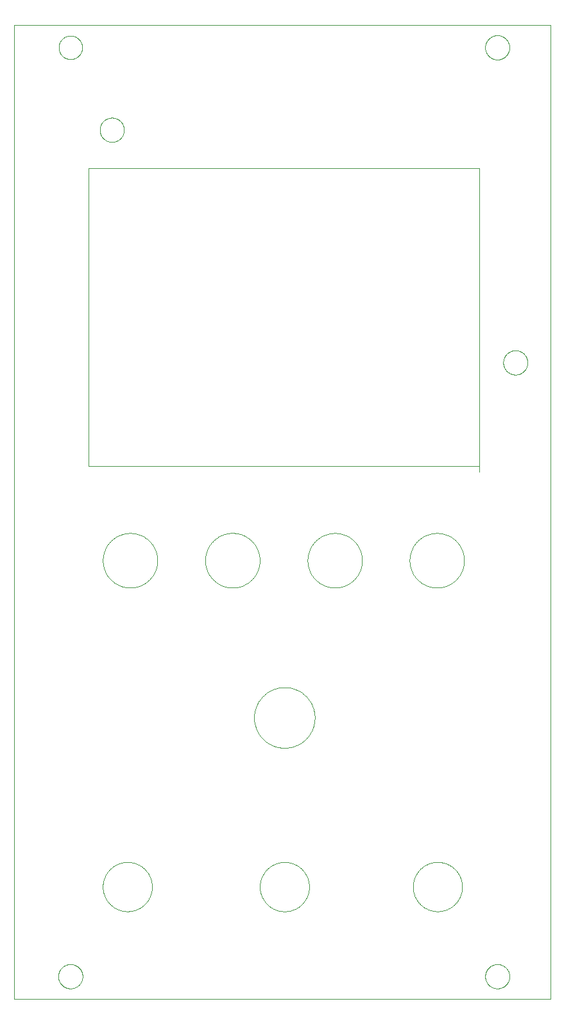
<source format=gko>
G75*
%MOIN*%
%OFA0B0*%
%FSLAX25Y25*%
%IPPOS*%
%LPD*%
%AMOC8*
5,1,8,0,0,1.08239X$1,22.5*
%
%ADD10C,0.00400*%
%ADD11C,0.00000*%
D10*
X0001200Y0001591D02*
X0001200Y0507496D01*
X0279940Y0507496D01*
X0279940Y0001591D01*
X0001200Y0001591D01*
X0040089Y0278331D02*
X0243122Y0278331D01*
X0243122Y0278331D01*
X0040089Y0278331D01*
X0040089Y0433142D01*
X0243122Y0433142D01*
X0243122Y0278331D01*
X0243122Y0275552D02*
X0243122Y0433142D01*
X0040089Y0433142D01*
X0040089Y0430364D02*
X0040089Y0278331D01*
D11*
X0040089Y0433142D01*
X0243122Y0433142D01*
X0243122Y0278331D01*
X0040089Y0278331D01*
X0047460Y0229425D02*
X0047464Y0229773D01*
X0047477Y0230120D01*
X0047498Y0230468D01*
X0047528Y0230814D01*
X0047567Y0231160D01*
X0047613Y0231505D01*
X0047669Y0231848D01*
X0047732Y0232190D01*
X0047804Y0232530D01*
X0047885Y0232869D01*
X0047973Y0233205D01*
X0048070Y0233539D01*
X0048175Y0233871D01*
X0048288Y0234200D01*
X0048410Y0234526D01*
X0048539Y0234849D01*
X0048676Y0235168D01*
X0048821Y0235485D01*
X0048973Y0235797D01*
X0049134Y0236106D01*
X0049301Y0236411D01*
X0049476Y0236711D01*
X0049659Y0237008D01*
X0049849Y0237299D01*
X0050045Y0237586D01*
X0050249Y0237868D01*
X0050460Y0238145D01*
X0050677Y0238416D01*
X0050901Y0238682D01*
X0051131Y0238943D01*
X0051368Y0239198D01*
X0051611Y0239447D01*
X0051860Y0239690D01*
X0052115Y0239927D01*
X0052376Y0240157D01*
X0052642Y0240381D01*
X0052913Y0240598D01*
X0053190Y0240809D01*
X0053472Y0241013D01*
X0053759Y0241209D01*
X0054050Y0241399D01*
X0054347Y0241582D01*
X0054647Y0241757D01*
X0054952Y0241924D01*
X0055261Y0242085D01*
X0055573Y0242237D01*
X0055890Y0242382D01*
X0056209Y0242519D01*
X0056532Y0242648D01*
X0056858Y0242770D01*
X0057187Y0242883D01*
X0057519Y0242988D01*
X0057853Y0243085D01*
X0058189Y0243173D01*
X0058528Y0243254D01*
X0058868Y0243326D01*
X0059210Y0243389D01*
X0059553Y0243445D01*
X0059898Y0243491D01*
X0060244Y0243530D01*
X0060590Y0243560D01*
X0060938Y0243581D01*
X0061285Y0243594D01*
X0061633Y0243598D01*
X0061981Y0243594D01*
X0062328Y0243581D01*
X0062676Y0243560D01*
X0063022Y0243530D01*
X0063368Y0243491D01*
X0063713Y0243445D01*
X0064056Y0243389D01*
X0064398Y0243326D01*
X0064738Y0243254D01*
X0065077Y0243173D01*
X0065413Y0243085D01*
X0065747Y0242988D01*
X0066079Y0242883D01*
X0066408Y0242770D01*
X0066734Y0242648D01*
X0067057Y0242519D01*
X0067376Y0242382D01*
X0067693Y0242237D01*
X0068005Y0242085D01*
X0068314Y0241924D01*
X0068619Y0241757D01*
X0068919Y0241582D01*
X0069216Y0241399D01*
X0069507Y0241209D01*
X0069794Y0241013D01*
X0070076Y0240809D01*
X0070353Y0240598D01*
X0070624Y0240381D01*
X0070890Y0240157D01*
X0071151Y0239927D01*
X0071406Y0239690D01*
X0071655Y0239447D01*
X0071898Y0239198D01*
X0072135Y0238943D01*
X0072365Y0238682D01*
X0072589Y0238416D01*
X0072806Y0238145D01*
X0073017Y0237868D01*
X0073221Y0237586D01*
X0073417Y0237299D01*
X0073607Y0237008D01*
X0073790Y0236711D01*
X0073965Y0236411D01*
X0074132Y0236106D01*
X0074293Y0235797D01*
X0074445Y0235485D01*
X0074590Y0235168D01*
X0074727Y0234849D01*
X0074856Y0234526D01*
X0074978Y0234200D01*
X0075091Y0233871D01*
X0075196Y0233539D01*
X0075293Y0233205D01*
X0075381Y0232869D01*
X0075462Y0232530D01*
X0075534Y0232190D01*
X0075597Y0231848D01*
X0075653Y0231505D01*
X0075699Y0231160D01*
X0075738Y0230814D01*
X0075768Y0230468D01*
X0075789Y0230120D01*
X0075802Y0229773D01*
X0075806Y0229425D01*
X0075802Y0229077D01*
X0075789Y0228730D01*
X0075768Y0228382D01*
X0075738Y0228036D01*
X0075699Y0227690D01*
X0075653Y0227345D01*
X0075597Y0227002D01*
X0075534Y0226660D01*
X0075462Y0226320D01*
X0075381Y0225981D01*
X0075293Y0225645D01*
X0075196Y0225311D01*
X0075091Y0224979D01*
X0074978Y0224650D01*
X0074856Y0224324D01*
X0074727Y0224001D01*
X0074590Y0223682D01*
X0074445Y0223365D01*
X0074293Y0223053D01*
X0074132Y0222744D01*
X0073965Y0222439D01*
X0073790Y0222139D01*
X0073607Y0221842D01*
X0073417Y0221551D01*
X0073221Y0221264D01*
X0073017Y0220982D01*
X0072806Y0220705D01*
X0072589Y0220434D01*
X0072365Y0220168D01*
X0072135Y0219907D01*
X0071898Y0219652D01*
X0071655Y0219403D01*
X0071406Y0219160D01*
X0071151Y0218923D01*
X0070890Y0218693D01*
X0070624Y0218469D01*
X0070353Y0218252D01*
X0070076Y0218041D01*
X0069794Y0217837D01*
X0069507Y0217641D01*
X0069216Y0217451D01*
X0068919Y0217268D01*
X0068619Y0217093D01*
X0068314Y0216926D01*
X0068005Y0216765D01*
X0067693Y0216613D01*
X0067376Y0216468D01*
X0067057Y0216331D01*
X0066734Y0216202D01*
X0066408Y0216080D01*
X0066079Y0215967D01*
X0065747Y0215862D01*
X0065413Y0215765D01*
X0065077Y0215677D01*
X0064738Y0215596D01*
X0064398Y0215524D01*
X0064056Y0215461D01*
X0063713Y0215405D01*
X0063368Y0215359D01*
X0063022Y0215320D01*
X0062676Y0215290D01*
X0062328Y0215269D01*
X0061981Y0215256D01*
X0061633Y0215252D01*
X0061285Y0215256D01*
X0060938Y0215269D01*
X0060590Y0215290D01*
X0060244Y0215320D01*
X0059898Y0215359D01*
X0059553Y0215405D01*
X0059210Y0215461D01*
X0058868Y0215524D01*
X0058528Y0215596D01*
X0058189Y0215677D01*
X0057853Y0215765D01*
X0057519Y0215862D01*
X0057187Y0215967D01*
X0056858Y0216080D01*
X0056532Y0216202D01*
X0056209Y0216331D01*
X0055890Y0216468D01*
X0055573Y0216613D01*
X0055261Y0216765D01*
X0054952Y0216926D01*
X0054647Y0217093D01*
X0054347Y0217268D01*
X0054050Y0217451D01*
X0053759Y0217641D01*
X0053472Y0217837D01*
X0053190Y0218041D01*
X0052913Y0218252D01*
X0052642Y0218469D01*
X0052376Y0218693D01*
X0052115Y0218923D01*
X0051860Y0219160D01*
X0051611Y0219403D01*
X0051368Y0219652D01*
X0051131Y0219907D01*
X0050901Y0220168D01*
X0050677Y0220434D01*
X0050460Y0220705D01*
X0050249Y0220982D01*
X0050045Y0221264D01*
X0049849Y0221551D01*
X0049659Y0221842D01*
X0049476Y0222139D01*
X0049301Y0222439D01*
X0049134Y0222744D01*
X0048973Y0223053D01*
X0048821Y0223365D01*
X0048676Y0223682D01*
X0048539Y0224001D01*
X0048410Y0224324D01*
X0048288Y0224650D01*
X0048175Y0224979D01*
X0048070Y0225311D01*
X0047973Y0225645D01*
X0047885Y0225981D01*
X0047804Y0226320D01*
X0047732Y0226660D01*
X0047669Y0227002D01*
X0047613Y0227345D01*
X0047567Y0227690D01*
X0047528Y0228036D01*
X0047498Y0228382D01*
X0047477Y0228730D01*
X0047464Y0229077D01*
X0047460Y0229425D01*
X0100629Y0229445D02*
X0100633Y0229793D01*
X0100646Y0230140D01*
X0100667Y0230488D01*
X0100697Y0230834D01*
X0100736Y0231180D01*
X0100782Y0231525D01*
X0100838Y0231868D01*
X0100901Y0232210D01*
X0100973Y0232550D01*
X0101054Y0232889D01*
X0101142Y0233225D01*
X0101239Y0233559D01*
X0101344Y0233891D01*
X0101457Y0234220D01*
X0101579Y0234546D01*
X0101708Y0234869D01*
X0101845Y0235188D01*
X0101990Y0235505D01*
X0102142Y0235817D01*
X0102303Y0236126D01*
X0102470Y0236431D01*
X0102645Y0236731D01*
X0102828Y0237028D01*
X0103018Y0237319D01*
X0103214Y0237606D01*
X0103418Y0237888D01*
X0103629Y0238165D01*
X0103846Y0238436D01*
X0104070Y0238702D01*
X0104300Y0238963D01*
X0104537Y0239218D01*
X0104780Y0239467D01*
X0105029Y0239710D01*
X0105284Y0239947D01*
X0105545Y0240177D01*
X0105811Y0240401D01*
X0106082Y0240618D01*
X0106359Y0240829D01*
X0106641Y0241033D01*
X0106928Y0241229D01*
X0107219Y0241419D01*
X0107516Y0241602D01*
X0107816Y0241777D01*
X0108121Y0241944D01*
X0108430Y0242105D01*
X0108742Y0242257D01*
X0109059Y0242402D01*
X0109378Y0242539D01*
X0109701Y0242668D01*
X0110027Y0242790D01*
X0110356Y0242903D01*
X0110688Y0243008D01*
X0111022Y0243105D01*
X0111358Y0243193D01*
X0111697Y0243274D01*
X0112037Y0243346D01*
X0112379Y0243409D01*
X0112722Y0243465D01*
X0113067Y0243511D01*
X0113413Y0243550D01*
X0113759Y0243580D01*
X0114107Y0243601D01*
X0114454Y0243614D01*
X0114802Y0243618D01*
X0115150Y0243614D01*
X0115497Y0243601D01*
X0115845Y0243580D01*
X0116191Y0243550D01*
X0116537Y0243511D01*
X0116882Y0243465D01*
X0117225Y0243409D01*
X0117567Y0243346D01*
X0117907Y0243274D01*
X0118246Y0243193D01*
X0118582Y0243105D01*
X0118916Y0243008D01*
X0119248Y0242903D01*
X0119577Y0242790D01*
X0119903Y0242668D01*
X0120226Y0242539D01*
X0120545Y0242402D01*
X0120862Y0242257D01*
X0121174Y0242105D01*
X0121483Y0241944D01*
X0121788Y0241777D01*
X0122088Y0241602D01*
X0122385Y0241419D01*
X0122676Y0241229D01*
X0122963Y0241033D01*
X0123245Y0240829D01*
X0123522Y0240618D01*
X0123793Y0240401D01*
X0124059Y0240177D01*
X0124320Y0239947D01*
X0124575Y0239710D01*
X0124824Y0239467D01*
X0125067Y0239218D01*
X0125304Y0238963D01*
X0125534Y0238702D01*
X0125758Y0238436D01*
X0125975Y0238165D01*
X0126186Y0237888D01*
X0126390Y0237606D01*
X0126586Y0237319D01*
X0126776Y0237028D01*
X0126959Y0236731D01*
X0127134Y0236431D01*
X0127301Y0236126D01*
X0127462Y0235817D01*
X0127614Y0235505D01*
X0127759Y0235188D01*
X0127896Y0234869D01*
X0128025Y0234546D01*
X0128147Y0234220D01*
X0128260Y0233891D01*
X0128365Y0233559D01*
X0128462Y0233225D01*
X0128550Y0232889D01*
X0128631Y0232550D01*
X0128703Y0232210D01*
X0128766Y0231868D01*
X0128822Y0231525D01*
X0128868Y0231180D01*
X0128907Y0230834D01*
X0128937Y0230488D01*
X0128958Y0230140D01*
X0128971Y0229793D01*
X0128975Y0229445D01*
X0128971Y0229097D01*
X0128958Y0228750D01*
X0128937Y0228402D01*
X0128907Y0228056D01*
X0128868Y0227710D01*
X0128822Y0227365D01*
X0128766Y0227022D01*
X0128703Y0226680D01*
X0128631Y0226340D01*
X0128550Y0226001D01*
X0128462Y0225665D01*
X0128365Y0225331D01*
X0128260Y0224999D01*
X0128147Y0224670D01*
X0128025Y0224344D01*
X0127896Y0224021D01*
X0127759Y0223702D01*
X0127614Y0223385D01*
X0127462Y0223073D01*
X0127301Y0222764D01*
X0127134Y0222459D01*
X0126959Y0222159D01*
X0126776Y0221862D01*
X0126586Y0221571D01*
X0126390Y0221284D01*
X0126186Y0221002D01*
X0125975Y0220725D01*
X0125758Y0220454D01*
X0125534Y0220188D01*
X0125304Y0219927D01*
X0125067Y0219672D01*
X0124824Y0219423D01*
X0124575Y0219180D01*
X0124320Y0218943D01*
X0124059Y0218713D01*
X0123793Y0218489D01*
X0123522Y0218272D01*
X0123245Y0218061D01*
X0122963Y0217857D01*
X0122676Y0217661D01*
X0122385Y0217471D01*
X0122088Y0217288D01*
X0121788Y0217113D01*
X0121483Y0216946D01*
X0121174Y0216785D01*
X0120862Y0216633D01*
X0120545Y0216488D01*
X0120226Y0216351D01*
X0119903Y0216222D01*
X0119577Y0216100D01*
X0119248Y0215987D01*
X0118916Y0215882D01*
X0118582Y0215785D01*
X0118246Y0215697D01*
X0117907Y0215616D01*
X0117567Y0215544D01*
X0117225Y0215481D01*
X0116882Y0215425D01*
X0116537Y0215379D01*
X0116191Y0215340D01*
X0115845Y0215310D01*
X0115497Y0215289D01*
X0115150Y0215276D01*
X0114802Y0215272D01*
X0114454Y0215276D01*
X0114107Y0215289D01*
X0113759Y0215310D01*
X0113413Y0215340D01*
X0113067Y0215379D01*
X0112722Y0215425D01*
X0112379Y0215481D01*
X0112037Y0215544D01*
X0111697Y0215616D01*
X0111358Y0215697D01*
X0111022Y0215785D01*
X0110688Y0215882D01*
X0110356Y0215987D01*
X0110027Y0216100D01*
X0109701Y0216222D01*
X0109378Y0216351D01*
X0109059Y0216488D01*
X0108742Y0216633D01*
X0108430Y0216785D01*
X0108121Y0216946D01*
X0107816Y0217113D01*
X0107516Y0217288D01*
X0107219Y0217471D01*
X0106928Y0217661D01*
X0106641Y0217857D01*
X0106359Y0218061D01*
X0106082Y0218272D01*
X0105811Y0218489D01*
X0105545Y0218713D01*
X0105284Y0218943D01*
X0105029Y0219180D01*
X0104780Y0219423D01*
X0104537Y0219672D01*
X0104300Y0219927D01*
X0104070Y0220188D01*
X0103846Y0220454D01*
X0103629Y0220725D01*
X0103418Y0221002D01*
X0103214Y0221284D01*
X0103018Y0221571D01*
X0102828Y0221862D01*
X0102645Y0222159D01*
X0102470Y0222459D01*
X0102303Y0222764D01*
X0102142Y0223073D01*
X0101990Y0223385D01*
X0101845Y0223702D01*
X0101708Y0224021D01*
X0101579Y0224344D01*
X0101457Y0224670D01*
X0101344Y0224999D01*
X0101239Y0225331D01*
X0101142Y0225665D01*
X0101054Y0226001D01*
X0100973Y0226340D01*
X0100901Y0226680D01*
X0100838Y0227022D01*
X0100782Y0227365D01*
X0100736Y0227710D01*
X0100697Y0228056D01*
X0100667Y0228402D01*
X0100646Y0228750D01*
X0100633Y0229097D01*
X0100629Y0229445D01*
X0126062Y0147811D02*
X0126067Y0148197D01*
X0126081Y0148584D01*
X0126105Y0148969D01*
X0126138Y0149355D01*
X0126180Y0149739D01*
X0126232Y0150122D01*
X0126294Y0150503D01*
X0126365Y0150883D01*
X0126445Y0151261D01*
X0126534Y0151637D01*
X0126632Y0152011D01*
X0126740Y0152382D01*
X0126857Y0152751D01*
X0126983Y0153116D01*
X0127117Y0153479D01*
X0127261Y0153837D01*
X0127413Y0154193D01*
X0127574Y0154544D01*
X0127744Y0154891D01*
X0127922Y0155235D01*
X0128108Y0155573D01*
X0128302Y0155907D01*
X0128505Y0156236D01*
X0128716Y0156560D01*
X0128935Y0156879D01*
X0129161Y0157192D01*
X0129395Y0157500D01*
X0129637Y0157801D01*
X0129885Y0158097D01*
X0130142Y0158387D01*
X0130405Y0158670D01*
X0130674Y0158947D01*
X0130951Y0159216D01*
X0131234Y0159479D01*
X0131524Y0159736D01*
X0131820Y0159984D01*
X0132121Y0160226D01*
X0132429Y0160460D01*
X0132742Y0160686D01*
X0133061Y0160905D01*
X0133385Y0161116D01*
X0133714Y0161319D01*
X0134048Y0161513D01*
X0134386Y0161699D01*
X0134730Y0161877D01*
X0135077Y0162047D01*
X0135428Y0162208D01*
X0135784Y0162360D01*
X0136142Y0162504D01*
X0136505Y0162638D01*
X0136870Y0162764D01*
X0137239Y0162881D01*
X0137610Y0162989D01*
X0137984Y0163087D01*
X0138360Y0163176D01*
X0138738Y0163256D01*
X0139118Y0163327D01*
X0139499Y0163389D01*
X0139882Y0163441D01*
X0140266Y0163483D01*
X0140652Y0163516D01*
X0141037Y0163540D01*
X0141424Y0163554D01*
X0141810Y0163559D01*
X0142196Y0163554D01*
X0142583Y0163540D01*
X0142968Y0163516D01*
X0143354Y0163483D01*
X0143738Y0163441D01*
X0144121Y0163389D01*
X0144502Y0163327D01*
X0144882Y0163256D01*
X0145260Y0163176D01*
X0145636Y0163087D01*
X0146010Y0162989D01*
X0146381Y0162881D01*
X0146750Y0162764D01*
X0147115Y0162638D01*
X0147478Y0162504D01*
X0147836Y0162360D01*
X0148192Y0162208D01*
X0148543Y0162047D01*
X0148890Y0161877D01*
X0149234Y0161699D01*
X0149572Y0161513D01*
X0149906Y0161319D01*
X0150235Y0161116D01*
X0150559Y0160905D01*
X0150878Y0160686D01*
X0151191Y0160460D01*
X0151499Y0160226D01*
X0151800Y0159984D01*
X0152096Y0159736D01*
X0152386Y0159479D01*
X0152669Y0159216D01*
X0152946Y0158947D01*
X0153215Y0158670D01*
X0153478Y0158387D01*
X0153735Y0158097D01*
X0153983Y0157801D01*
X0154225Y0157500D01*
X0154459Y0157192D01*
X0154685Y0156879D01*
X0154904Y0156560D01*
X0155115Y0156236D01*
X0155318Y0155907D01*
X0155512Y0155573D01*
X0155698Y0155235D01*
X0155876Y0154891D01*
X0156046Y0154544D01*
X0156207Y0154193D01*
X0156359Y0153837D01*
X0156503Y0153479D01*
X0156637Y0153116D01*
X0156763Y0152751D01*
X0156880Y0152382D01*
X0156988Y0152011D01*
X0157086Y0151637D01*
X0157175Y0151261D01*
X0157255Y0150883D01*
X0157326Y0150503D01*
X0157388Y0150122D01*
X0157440Y0149739D01*
X0157482Y0149355D01*
X0157515Y0148969D01*
X0157539Y0148584D01*
X0157553Y0148197D01*
X0157558Y0147811D01*
X0157553Y0147425D01*
X0157539Y0147038D01*
X0157515Y0146653D01*
X0157482Y0146267D01*
X0157440Y0145883D01*
X0157388Y0145500D01*
X0157326Y0145119D01*
X0157255Y0144739D01*
X0157175Y0144361D01*
X0157086Y0143985D01*
X0156988Y0143611D01*
X0156880Y0143240D01*
X0156763Y0142871D01*
X0156637Y0142506D01*
X0156503Y0142143D01*
X0156359Y0141785D01*
X0156207Y0141429D01*
X0156046Y0141078D01*
X0155876Y0140731D01*
X0155698Y0140387D01*
X0155512Y0140049D01*
X0155318Y0139715D01*
X0155115Y0139386D01*
X0154904Y0139062D01*
X0154685Y0138743D01*
X0154459Y0138430D01*
X0154225Y0138122D01*
X0153983Y0137821D01*
X0153735Y0137525D01*
X0153478Y0137235D01*
X0153215Y0136952D01*
X0152946Y0136675D01*
X0152669Y0136406D01*
X0152386Y0136143D01*
X0152096Y0135886D01*
X0151800Y0135638D01*
X0151499Y0135396D01*
X0151191Y0135162D01*
X0150878Y0134936D01*
X0150559Y0134717D01*
X0150235Y0134506D01*
X0149906Y0134303D01*
X0149572Y0134109D01*
X0149234Y0133923D01*
X0148890Y0133745D01*
X0148543Y0133575D01*
X0148192Y0133414D01*
X0147836Y0133262D01*
X0147478Y0133118D01*
X0147115Y0132984D01*
X0146750Y0132858D01*
X0146381Y0132741D01*
X0146010Y0132633D01*
X0145636Y0132535D01*
X0145260Y0132446D01*
X0144882Y0132366D01*
X0144502Y0132295D01*
X0144121Y0132233D01*
X0143738Y0132181D01*
X0143354Y0132139D01*
X0142968Y0132106D01*
X0142583Y0132082D01*
X0142196Y0132068D01*
X0141810Y0132063D01*
X0141424Y0132068D01*
X0141037Y0132082D01*
X0140652Y0132106D01*
X0140266Y0132139D01*
X0139882Y0132181D01*
X0139499Y0132233D01*
X0139118Y0132295D01*
X0138738Y0132366D01*
X0138360Y0132446D01*
X0137984Y0132535D01*
X0137610Y0132633D01*
X0137239Y0132741D01*
X0136870Y0132858D01*
X0136505Y0132984D01*
X0136142Y0133118D01*
X0135784Y0133262D01*
X0135428Y0133414D01*
X0135077Y0133575D01*
X0134730Y0133745D01*
X0134386Y0133923D01*
X0134048Y0134109D01*
X0133714Y0134303D01*
X0133385Y0134506D01*
X0133061Y0134717D01*
X0132742Y0134936D01*
X0132429Y0135162D01*
X0132121Y0135396D01*
X0131820Y0135638D01*
X0131524Y0135886D01*
X0131234Y0136143D01*
X0130951Y0136406D01*
X0130674Y0136675D01*
X0130405Y0136952D01*
X0130142Y0137235D01*
X0129885Y0137525D01*
X0129637Y0137821D01*
X0129395Y0138122D01*
X0129161Y0138430D01*
X0128935Y0138743D01*
X0128716Y0139062D01*
X0128505Y0139386D01*
X0128302Y0139715D01*
X0128108Y0140049D01*
X0127922Y0140387D01*
X0127744Y0140731D01*
X0127574Y0141078D01*
X0127413Y0141429D01*
X0127261Y0141785D01*
X0127117Y0142143D01*
X0126983Y0142506D01*
X0126857Y0142871D01*
X0126740Y0143240D01*
X0126632Y0143611D01*
X0126534Y0143985D01*
X0126445Y0144361D01*
X0126365Y0144739D01*
X0126294Y0145119D01*
X0126232Y0145500D01*
X0126180Y0145883D01*
X0126138Y0146267D01*
X0126105Y0146653D01*
X0126081Y0147038D01*
X0126067Y0147425D01*
X0126062Y0147811D01*
X0153818Y0229425D02*
X0153822Y0229773D01*
X0153835Y0230120D01*
X0153856Y0230468D01*
X0153886Y0230814D01*
X0153925Y0231160D01*
X0153971Y0231505D01*
X0154027Y0231848D01*
X0154090Y0232190D01*
X0154162Y0232530D01*
X0154243Y0232869D01*
X0154331Y0233205D01*
X0154428Y0233539D01*
X0154533Y0233871D01*
X0154646Y0234200D01*
X0154768Y0234526D01*
X0154897Y0234849D01*
X0155034Y0235168D01*
X0155179Y0235485D01*
X0155331Y0235797D01*
X0155492Y0236106D01*
X0155659Y0236411D01*
X0155834Y0236711D01*
X0156017Y0237008D01*
X0156207Y0237299D01*
X0156403Y0237586D01*
X0156607Y0237868D01*
X0156818Y0238145D01*
X0157035Y0238416D01*
X0157259Y0238682D01*
X0157489Y0238943D01*
X0157726Y0239198D01*
X0157969Y0239447D01*
X0158218Y0239690D01*
X0158473Y0239927D01*
X0158734Y0240157D01*
X0159000Y0240381D01*
X0159271Y0240598D01*
X0159548Y0240809D01*
X0159830Y0241013D01*
X0160117Y0241209D01*
X0160408Y0241399D01*
X0160705Y0241582D01*
X0161005Y0241757D01*
X0161310Y0241924D01*
X0161619Y0242085D01*
X0161931Y0242237D01*
X0162248Y0242382D01*
X0162567Y0242519D01*
X0162890Y0242648D01*
X0163216Y0242770D01*
X0163545Y0242883D01*
X0163877Y0242988D01*
X0164211Y0243085D01*
X0164547Y0243173D01*
X0164886Y0243254D01*
X0165226Y0243326D01*
X0165568Y0243389D01*
X0165911Y0243445D01*
X0166256Y0243491D01*
X0166602Y0243530D01*
X0166948Y0243560D01*
X0167296Y0243581D01*
X0167643Y0243594D01*
X0167991Y0243598D01*
X0168339Y0243594D01*
X0168686Y0243581D01*
X0169034Y0243560D01*
X0169380Y0243530D01*
X0169726Y0243491D01*
X0170071Y0243445D01*
X0170414Y0243389D01*
X0170756Y0243326D01*
X0171096Y0243254D01*
X0171435Y0243173D01*
X0171771Y0243085D01*
X0172105Y0242988D01*
X0172437Y0242883D01*
X0172766Y0242770D01*
X0173092Y0242648D01*
X0173415Y0242519D01*
X0173734Y0242382D01*
X0174051Y0242237D01*
X0174363Y0242085D01*
X0174672Y0241924D01*
X0174977Y0241757D01*
X0175277Y0241582D01*
X0175574Y0241399D01*
X0175865Y0241209D01*
X0176152Y0241013D01*
X0176434Y0240809D01*
X0176711Y0240598D01*
X0176982Y0240381D01*
X0177248Y0240157D01*
X0177509Y0239927D01*
X0177764Y0239690D01*
X0178013Y0239447D01*
X0178256Y0239198D01*
X0178493Y0238943D01*
X0178723Y0238682D01*
X0178947Y0238416D01*
X0179164Y0238145D01*
X0179375Y0237868D01*
X0179579Y0237586D01*
X0179775Y0237299D01*
X0179965Y0237008D01*
X0180148Y0236711D01*
X0180323Y0236411D01*
X0180490Y0236106D01*
X0180651Y0235797D01*
X0180803Y0235485D01*
X0180948Y0235168D01*
X0181085Y0234849D01*
X0181214Y0234526D01*
X0181336Y0234200D01*
X0181449Y0233871D01*
X0181554Y0233539D01*
X0181651Y0233205D01*
X0181739Y0232869D01*
X0181820Y0232530D01*
X0181892Y0232190D01*
X0181955Y0231848D01*
X0182011Y0231505D01*
X0182057Y0231160D01*
X0182096Y0230814D01*
X0182126Y0230468D01*
X0182147Y0230120D01*
X0182160Y0229773D01*
X0182164Y0229425D01*
X0182160Y0229077D01*
X0182147Y0228730D01*
X0182126Y0228382D01*
X0182096Y0228036D01*
X0182057Y0227690D01*
X0182011Y0227345D01*
X0181955Y0227002D01*
X0181892Y0226660D01*
X0181820Y0226320D01*
X0181739Y0225981D01*
X0181651Y0225645D01*
X0181554Y0225311D01*
X0181449Y0224979D01*
X0181336Y0224650D01*
X0181214Y0224324D01*
X0181085Y0224001D01*
X0180948Y0223682D01*
X0180803Y0223365D01*
X0180651Y0223053D01*
X0180490Y0222744D01*
X0180323Y0222439D01*
X0180148Y0222139D01*
X0179965Y0221842D01*
X0179775Y0221551D01*
X0179579Y0221264D01*
X0179375Y0220982D01*
X0179164Y0220705D01*
X0178947Y0220434D01*
X0178723Y0220168D01*
X0178493Y0219907D01*
X0178256Y0219652D01*
X0178013Y0219403D01*
X0177764Y0219160D01*
X0177509Y0218923D01*
X0177248Y0218693D01*
X0176982Y0218469D01*
X0176711Y0218252D01*
X0176434Y0218041D01*
X0176152Y0217837D01*
X0175865Y0217641D01*
X0175574Y0217451D01*
X0175277Y0217268D01*
X0174977Y0217093D01*
X0174672Y0216926D01*
X0174363Y0216765D01*
X0174051Y0216613D01*
X0173734Y0216468D01*
X0173415Y0216331D01*
X0173092Y0216202D01*
X0172766Y0216080D01*
X0172437Y0215967D01*
X0172105Y0215862D01*
X0171771Y0215765D01*
X0171435Y0215677D01*
X0171096Y0215596D01*
X0170756Y0215524D01*
X0170414Y0215461D01*
X0170071Y0215405D01*
X0169726Y0215359D01*
X0169380Y0215320D01*
X0169034Y0215290D01*
X0168686Y0215269D01*
X0168339Y0215256D01*
X0167991Y0215252D01*
X0167643Y0215256D01*
X0167296Y0215269D01*
X0166948Y0215290D01*
X0166602Y0215320D01*
X0166256Y0215359D01*
X0165911Y0215405D01*
X0165568Y0215461D01*
X0165226Y0215524D01*
X0164886Y0215596D01*
X0164547Y0215677D01*
X0164211Y0215765D01*
X0163877Y0215862D01*
X0163545Y0215967D01*
X0163216Y0216080D01*
X0162890Y0216202D01*
X0162567Y0216331D01*
X0162248Y0216468D01*
X0161931Y0216613D01*
X0161619Y0216765D01*
X0161310Y0216926D01*
X0161005Y0217093D01*
X0160705Y0217268D01*
X0160408Y0217451D01*
X0160117Y0217641D01*
X0159830Y0217837D01*
X0159548Y0218041D01*
X0159271Y0218252D01*
X0159000Y0218469D01*
X0158734Y0218693D01*
X0158473Y0218923D01*
X0158218Y0219160D01*
X0157969Y0219403D01*
X0157726Y0219652D01*
X0157489Y0219907D01*
X0157259Y0220168D01*
X0157035Y0220434D01*
X0156818Y0220705D01*
X0156607Y0220982D01*
X0156403Y0221264D01*
X0156207Y0221551D01*
X0156017Y0221842D01*
X0155834Y0222139D01*
X0155659Y0222439D01*
X0155492Y0222744D01*
X0155331Y0223053D01*
X0155179Y0223365D01*
X0155034Y0223682D01*
X0154897Y0224001D01*
X0154768Y0224324D01*
X0154646Y0224650D01*
X0154533Y0224979D01*
X0154428Y0225311D01*
X0154331Y0225645D01*
X0154243Y0225981D01*
X0154162Y0226320D01*
X0154090Y0226660D01*
X0154027Y0227002D01*
X0153971Y0227345D01*
X0153925Y0227690D01*
X0153886Y0228036D01*
X0153856Y0228382D01*
X0153835Y0228730D01*
X0153822Y0229077D01*
X0153818Y0229425D01*
X0206830Y0229425D02*
X0206834Y0229773D01*
X0206847Y0230120D01*
X0206868Y0230468D01*
X0206898Y0230814D01*
X0206937Y0231160D01*
X0206983Y0231505D01*
X0207039Y0231848D01*
X0207102Y0232190D01*
X0207174Y0232530D01*
X0207255Y0232869D01*
X0207343Y0233205D01*
X0207440Y0233539D01*
X0207545Y0233871D01*
X0207658Y0234200D01*
X0207780Y0234526D01*
X0207909Y0234849D01*
X0208046Y0235168D01*
X0208191Y0235485D01*
X0208343Y0235797D01*
X0208504Y0236106D01*
X0208671Y0236411D01*
X0208846Y0236711D01*
X0209029Y0237008D01*
X0209219Y0237299D01*
X0209415Y0237586D01*
X0209619Y0237868D01*
X0209830Y0238145D01*
X0210047Y0238416D01*
X0210271Y0238682D01*
X0210501Y0238943D01*
X0210738Y0239198D01*
X0210981Y0239447D01*
X0211230Y0239690D01*
X0211485Y0239927D01*
X0211746Y0240157D01*
X0212012Y0240381D01*
X0212283Y0240598D01*
X0212560Y0240809D01*
X0212842Y0241013D01*
X0213129Y0241209D01*
X0213420Y0241399D01*
X0213717Y0241582D01*
X0214017Y0241757D01*
X0214322Y0241924D01*
X0214631Y0242085D01*
X0214943Y0242237D01*
X0215260Y0242382D01*
X0215579Y0242519D01*
X0215902Y0242648D01*
X0216228Y0242770D01*
X0216557Y0242883D01*
X0216889Y0242988D01*
X0217223Y0243085D01*
X0217559Y0243173D01*
X0217898Y0243254D01*
X0218238Y0243326D01*
X0218580Y0243389D01*
X0218923Y0243445D01*
X0219268Y0243491D01*
X0219614Y0243530D01*
X0219960Y0243560D01*
X0220308Y0243581D01*
X0220655Y0243594D01*
X0221003Y0243598D01*
X0221351Y0243594D01*
X0221698Y0243581D01*
X0222046Y0243560D01*
X0222392Y0243530D01*
X0222738Y0243491D01*
X0223083Y0243445D01*
X0223426Y0243389D01*
X0223768Y0243326D01*
X0224108Y0243254D01*
X0224447Y0243173D01*
X0224783Y0243085D01*
X0225117Y0242988D01*
X0225449Y0242883D01*
X0225778Y0242770D01*
X0226104Y0242648D01*
X0226427Y0242519D01*
X0226746Y0242382D01*
X0227063Y0242237D01*
X0227375Y0242085D01*
X0227684Y0241924D01*
X0227989Y0241757D01*
X0228289Y0241582D01*
X0228586Y0241399D01*
X0228877Y0241209D01*
X0229164Y0241013D01*
X0229446Y0240809D01*
X0229723Y0240598D01*
X0229994Y0240381D01*
X0230260Y0240157D01*
X0230521Y0239927D01*
X0230776Y0239690D01*
X0231025Y0239447D01*
X0231268Y0239198D01*
X0231505Y0238943D01*
X0231735Y0238682D01*
X0231959Y0238416D01*
X0232176Y0238145D01*
X0232387Y0237868D01*
X0232591Y0237586D01*
X0232787Y0237299D01*
X0232977Y0237008D01*
X0233160Y0236711D01*
X0233335Y0236411D01*
X0233502Y0236106D01*
X0233663Y0235797D01*
X0233815Y0235485D01*
X0233960Y0235168D01*
X0234097Y0234849D01*
X0234226Y0234526D01*
X0234348Y0234200D01*
X0234461Y0233871D01*
X0234566Y0233539D01*
X0234663Y0233205D01*
X0234751Y0232869D01*
X0234832Y0232530D01*
X0234904Y0232190D01*
X0234967Y0231848D01*
X0235023Y0231505D01*
X0235069Y0231160D01*
X0235108Y0230814D01*
X0235138Y0230468D01*
X0235159Y0230120D01*
X0235172Y0229773D01*
X0235176Y0229425D01*
X0235172Y0229077D01*
X0235159Y0228730D01*
X0235138Y0228382D01*
X0235108Y0228036D01*
X0235069Y0227690D01*
X0235023Y0227345D01*
X0234967Y0227002D01*
X0234904Y0226660D01*
X0234832Y0226320D01*
X0234751Y0225981D01*
X0234663Y0225645D01*
X0234566Y0225311D01*
X0234461Y0224979D01*
X0234348Y0224650D01*
X0234226Y0224324D01*
X0234097Y0224001D01*
X0233960Y0223682D01*
X0233815Y0223365D01*
X0233663Y0223053D01*
X0233502Y0222744D01*
X0233335Y0222439D01*
X0233160Y0222139D01*
X0232977Y0221842D01*
X0232787Y0221551D01*
X0232591Y0221264D01*
X0232387Y0220982D01*
X0232176Y0220705D01*
X0231959Y0220434D01*
X0231735Y0220168D01*
X0231505Y0219907D01*
X0231268Y0219652D01*
X0231025Y0219403D01*
X0230776Y0219160D01*
X0230521Y0218923D01*
X0230260Y0218693D01*
X0229994Y0218469D01*
X0229723Y0218252D01*
X0229446Y0218041D01*
X0229164Y0217837D01*
X0228877Y0217641D01*
X0228586Y0217451D01*
X0228289Y0217268D01*
X0227989Y0217093D01*
X0227684Y0216926D01*
X0227375Y0216765D01*
X0227063Y0216613D01*
X0226746Y0216468D01*
X0226427Y0216331D01*
X0226104Y0216202D01*
X0225778Y0216080D01*
X0225449Y0215967D01*
X0225117Y0215862D01*
X0224783Y0215765D01*
X0224447Y0215677D01*
X0224108Y0215596D01*
X0223768Y0215524D01*
X0223426Y0215461D01*
X0223083Y0215405D01*
X0222738Y0215359D01*
X0222392Y0215320D01*
X0222046Y0215290D01*
X0221698Y0215269D01*
X0221351Y0215256D01*
X0221003Y0215252D01*
X0220655Y0215256D01*
X0220308Y0215269D01*
X0219960Y0215290D01*
X0219614Y0215320D01*
X0219268Y0215359D01*
X0218923Y0215405D01*
X0218580Y0215461D01*
X0218238Y0215524D01*
X0217898Y0215596D01*
X0217559Y0215677D01*
X0217223Y0215765D01*
X0216889Y0215862D01*
X0216557Y0215967D01*
X0216228Y0216080D01*
X0215902Y0216202D01*
X0215579Y0216331D01*
X0215260Y0216468D01*
X0214943Y0216613D01*
X0214631Y0216765D01*
X0214322Y0216926D01*
X0214017Y0217093D01*
X0213717Y0217268D01*
X0213420Y0217451D01*
X0213129Y0217641D01*
X0212842Y0217837D01*
X0212560Y0218041D01*
X0212283Y0218252D01*
X0212012Y0218469D01*
X0211746Y0218693D01*
X0211485Y0218923D01*
X0211230Y0219160D01*
X0210981Y0219403D01*
X0210738Y0219652D01*
X0210501Y0219907D01*
X0210271Y0220168D01*
X0210047Y0220434D01*
X0209830Y0220705D01*
X0209619Y0220982D01*
X0209415Y0221264D01*
X0209219Y0221551D01*
X0209029Y0221842D01*
X0208846Y0222139D01*
X0208671Y0222439D01*
X0208504Y0222744D01*
X0208343Y0223053D01*
X0208191Y0223365D01*
X0208046Y0223682D01*
X0207909Y0224001D01*
X0207780Y0224324D01*
X0207658Y0224650D01*
X0207545Y0224979D01*
X0207440Y0225311D01*
X0207343Y0225645D01*
X0207255Y0225981D01*
X0207174Y0226320D01*
X0207102Y0226660D01*
X0207039Y0227002D01*
X0206983Y0227345D01*
X0206937Y0227690D01*
X0206898Y0228036D01*
X0206868Y0228382D01*
X0206847Y0228730D01*
X0206834Y0229077D01*
X0206830Y0229425D01*
X0255472Y0332150D02*
X0255474Y0332308D01*
X0255480Y0332466D01*
X0255490Y0332624D01*
X0255504Y0332782D01*
X0255522Y0332939D01*
X0255543Y0333096D01*
X0255569Y0333252D01*
X0255599Y0333408D01*
X0255632Y0333563D01*
X0255670Y0333716D01*
X0255711Y0333869D01*
X0255756Y0334021D01*
X0255805Y0334172D01*
X0255858Y0334321D01*
X0255914Y0334469D01*
X0255974Y0334615D01*
X0256038Y0334760D01*
X0256106Y0334903D01*
X0256177Y0335045D01*
X0256251Y0335185D01*
X0256329Y0335322D01*
X0256411Y0335458D01*
X0256495Y0335592D01*
X0256584Y0335723D01*
X0256675Y0335852D01*
X0256770Y0335979D01*
X0256867Y0336104D01*
X0256968Y0336226D01*
X0257072Y0336345D01*
X0257179Y0336462D01*
X0257289Y0336576D01*
X0257402Y0336687D01*
X0257517Y0336796D01*
X0257635Y0336901D01*
X0257756Y0337003D01*
X0257879Y0337103D01*
X0258005Y0337199D01*
X0258133Y0337292D01*
X0258263Y0337382D01*
X0258396Y0337468D01*
X0258531Y0337552D01*
X0258667Y0337631D01*
X0258806Y0337708D01*
X0258947Y0337780D01*
X0259089Y0337850D01*
X0259233Y0337915D01*
X0259379Y0337977D01*
X0259526Y0338035D01*
X0259675Y0338090D01*
X0259825Y0338141D01*
X0259976Y0338188D01*
X0260128Y0338231D01*
X0260281Y0338270D01*
X0260436Y0338306D01*
X0260591Y0338337D01*
X0260747Y0338365D01*
X0260903Y0338389D01*
X0261060Y0338409D01*
X0261218Y0338425D01*
X0261375Y0338437D01*
X0261534Y0338445D01*
X0261692Y0338449D01*
X0261850Y0338449D01*
X0262008Y0338445D01*
X0262167Y0338437D01*
X0262324Y0338425D01*
X0262482Y0338409D01*
X0262639Y0338389D01*
X0262795Y0338365D01*
X0262951Y0338337D01*
X0263106Y0338306D01*
X0263261Y0338270D01*
X0263414Y0338231D01*
X0263566Y0338188D01*
X0263717Y0338141D01*
X0263867Y0338090D01*
X0264016Y0338035D01*
X0264163Y0337977D01*
X0264309Y0337915D01*
X0264453Y0337850D01*
X0264595Y0337780D01*
X0264736Y0337708D01*
X0264875Y0337631D01*
X0265011Y0337552D01*
X0265146Y0337468D01*
X0265279Y0337382D01*
X0265409Y0337292D01*
X0265537Y0337199D01*
X0265663Y0337103D01*
X0265786Y0337003D01*
X0265907Y0336901D01*
X0266025Y0336796D01*
X0266140Y0336687D01*
X0266253Y0336576D01*
X0266363Y0336462D01*
X0266470Y0336345D01*
X0266574Y0336226D01*
X0266675Y0336104D01*
X0266772Y0335979D01*
X0266867Y0335852D01*
X0266958Y0335723D01*
X0267047Y0335592D01*
X0267131Y0335458D01*
X0267213Y0335322D01*
X0267291Y0335185D01*
X0267365Y0335045D01*
X0267436Y0334903D01*
X0267504Y0334760D01*
X0267568Y0334615D01*
X0267628Y0334469D01*
X0267684Y0334321D01*
X0267737Y0334172D01*
X0267786Y0334021D01*
X0267831Y0333869D01*
X0267872Y0333716D01*
X0267910Y0333563D01*
X0267943Y0333408D01*
X0267973Y0333252D01*
X0267999Y0333096D01*
X0268020Y0332939D01*
X0268038Y0332782D01*
X0268052Y0332624D01*
X0268062Y0332466D01*
X0268068Y0332308D01*
X0268070Y0332150D01*
X0268068Y0331992D01*
X0268062Y0331834D01*
X0268052Y0331676D01*
X0268038Y0331518D01*
X0268020Y0331361D01*
X0267999Y0331204D01*
X0267973Y0331048D01*
X0267943Y0330892D01*
X0267910Y0330737D01*
X0267872Y0330584D01*
X0267831Y0330431D01*
X0267786Y0330279D01*
X0267737Y0330128D01*
X0267684Y0329979D01*
X0267628Y0329831D01*
X0267568Y0329685D01*
X0267504Y0329540D01*
X0267436Y0329397D01*
X0267365Y0329255D01*
X0267291Y0329115D01*
X0267213Y0328978D01*
X0267131Y0328842D01*
X0267047Y0328708D01*
X0266958Y0328577D01*
X0266867Y0328448D01*
X0266772Y0328321D01*
X0266675Y0328196D01*
X0266574Y0328074D01*
X0266470Y0327955D01*
X0266363Y0327838D01*
X0266253Y0327724D01*
X0266140Y0327613D01*
X0266025Y0327504D01*
X0265907Y0327399D01*
X0265786Y0327297D01*
X0265663Y0327197D01*
X0265537Y0327101D01*
X0265409Y0327008D01*
X0265279Y0326918D01*
X0265146Y0326832D01*
X0265011Y0326748D01*
X0264875Y0326669D01*
X0264736Y0326592D01*
X0264595Y0326520D01*
X0264453Y0326450D01*
X0264309Y0326385D01*
X0264163Y0326323D01*
X0264016Y0326265D01*
X0263867Y0326210D01*
X0263717Y0326159D01*
X0263566Y0326112D01*
X0263414Y0326069D01*
X0263261Y0326030D01*
X0263106Y0325994D01*
X0262951Y0325963D01*
X0262795Y0325935D01*
X0262639Y0325911D01*
X0262482Y0325891D01*
X0262324Y0325875D01*
X0262167Y0325863D01*
X0262008Y0325855D01*
X0261850Y0325851D01*
X0261692Y0325851D01*
X0261534Y0325855D01*
X0261375Y0325863D01*
X0261218Y0325875D01*
X0261060Y0325891D01*
X0260903Y0325911D01*
X0260747Y0325935D01*
X0260591Y0325963D01*
X0260436Y0325994D01*
X0260281Y0326030D01*
X0260128Y0326069D01*
X0259976Y0326112D01*
X0259825Y0326159D01*
X0259675Y0326210D01*
X0259526Y0326265D01*
X0259379Y0326323D01*
X0259233Y0326385D01*
X0259089Y0326450D01*
X0258947Y0326520D01*
X0258806Y0326592D01*
X0258667Y0326669D01*
X0258531Y0326748D01*
X0258396Y0326832D01*
X0258263Y0326918D01*
X0258133Y0327008D01*
X0258005Y0327101D01*
X0257879Y0327197D01*
X0257756Y0327297D01*
X0257635Y0327399D01*
X0257517Y0327504D01*
X0257402Y0327613D01*
X0257289Y0327724D01*
X0257179Y0327838D01*
X0257072Y0327955D01*
X0256968Y0328074D01*
X0256867Y0328196D01*
X0256770Y0328321D01*
X0256675Y0328448D01*
X0256584Y0328577D01*
X0256495Y0328708D01*
X0256411Y0328842D01*
X0256329Y0328978D01*
X0256251Y0329115D01*
X0256177Y0329255D01*
X0256106Y0329397D01*
X0256038Y0329540D01*
X0255974Y0329685D01*
X0255914Y0329831D01*
X0255858Y0329979D01*
X0255805Y0330128D01*
X0255756Y0330279D01*
X0255711Y0330431D01*
X0255670Y0330584D01*
X0255632Y0330737D01*
X0255599Y0330892D01*
X0255569Y0331048D01*
X0255543Y0331204D01*
X0255522Y0331361D01*
X0255504Y0331518D01*
X0255490Y0331676D01*
X0255480Y0331834D01*
X0255474Y0331992D01*
X0255472Y0332150D01*
X0246082Y0495744D02*
X0246084Y0495902D01*
X0246090Y0496060D01*
X0246100Y0496218D01*
X0246114Y0496376D01*
X0246132Y0496533D01*
X0246153Y0496690D01*
X0246179Y0496846D01*
X0246209Y0497002D01*
X0246242Y0497157D01*
X0246280Y0497310D01*
X0246321Y0497463D01*
X0246366Y0497615D01*
X0246415Y0497766D01*
X0246468Y0497915D01*
X0246524Y0498063D01*
X0246584Y0498209D01*
X0246648Y0498354D01*
X0246716Y0498497D01*
X0246787Y0498639D01*
X0246861Y0498779D01*
X0246939Y0498916D01*
X0247021Y0499052D01*
X0247105Y0499186D01*
X0247194Y0499317D01*
X0247285Y0499446D01*
X0247380Y0499573D01*
X0247477Y0499698D01*
X0247578Y0499820D01*
X0247682Y0499939D01*
X0247789Y0500056D01*
X0247899Y0500170D01*
X0248012Y0500281D01*
X0248127Y0500390D01*
X0248245Y0500495D01*
X0248366Y0500597D01*
X0248489Y0500697D01*
X0248615Y0500793D01*
X0248743Y0500886D01*
X0248873Y0500976D01*
X0249006Y0501062D01*
X0249141Y0501146D01*
X0249277Y0501225D01*
X0249416Y0501302D01*
X0249557Y0501374D01*
X0249699Y0501444D01*
X0249843Y0501509D01*
X0249989Y0501571D01*
X0250136Y0501629D01*
X0250285Y0501684D01*
X0250435Y0501735D01*
X0250586Y0501782D01*
X0250738Y0501825D01*
X0250891Y0501864D01*
X0251046Y0501900D01*
X0251201Y0501931D01*
X0251357Y0501959D01*
X0251513Y0501983D01*
X0251670Y0502003D01*
X0251828Y0502019D01*
X0251985Y0502031D01*
X0252144Y0502039D01*
X0252302Y0502043D01*
X0252460Y0502043D01*
X0252618Y0502039D01*
X0252777Y0502031D01*
X0252934Y0502019D01*
X0253092Y0502003D01*
X0253249Y0501983D01*
X0253405Y0501959D01*
X0253561Y0501931D01*
X0253716Y0501900D01*
X0253871Y0501864D01*
X0254024Y0501825D01*
X0254176Y0501782D01*
X0254327Y0501735D01*
X0254477Y0501684D01*
X0254626Y0501629D01*
X0254773Y0501571D01*
X0254919Y0501509D01*
X0255063Y0501444D01*
X0255205Y0501374D01*
X0255346Y0501302D01*
X0255485Y0501225D01*
X0255621Y0501146D01*
X0255756Y0501062D01*
X0255889Y0500976D01*
X0256019Y0500886D01*
X0256147Y0500793D01*
X0256273Y0500697D01*
X0256396Y0500597D01*
X0256517Y0500495D01*
X0256635Y0500390D01*
X0256750Y0500281D01*
X0256863Y0500170D01*
X0256973Y0500056D01*
X0257080Y0499939D01*
X0257184Y0499820D01*
X0257285Y0499698D01*
X0257382Y0499573D01*
X0257477Y0499446D01*
X0257568Y0499317D01*
X0257657Y0499186D01*
X0257741Y0499052D01*
X0257823Y0498916D01*
X0257901Y0498779D01*
X0257975Y0498639D01*
X0258046Y0498497D01*
X0258114Y0498354D01*
X0258178Y0498209D01*
X0258238Y0498063D01*
X0258294Y0497915D01*
X0258347Y0497766D01*
X0258396Y0497615D01*
X0258441Y0497463D01*
X0258482Y0497310D01*
X0258520Y0497157D01*
X0258553Y0497002D01*
X0258583Y0496846D01*
X0258609Y0496690D01*
X0258630Y0496533D01*
X0258648Y0496376D01*
X0258662Y0496218D01*
X0258672Y0496060D01*
X0258678Y0495902D01*
X0258680Y0495744D01*
X0258678Y0495586D01*
X0258672Y0495428D01*
X0258662Y0495270D01*
X0258648Y0495112D01*
X0258630Y0494955D01*
X0258609Y0494798D01*
X0258583Y0494642D01*
X0258553Y0494486D01*
X0258520Y0494331D01*
X0258482Y0494178D01*
X0258441Y0494025D01*
X0258396Y0493873D01*
X0258347Y0493722D01*
X0258294Y0493573D01*
X0258238Y0493425D01*
X0258178Y0493279D01*
X0258114Y0493134D01*
X0258046Y0492991D01*
X0257975Y0492849D01*
X0257901Y0492709D01*
X0257823Y0492572D01*
X0257741Y0492436D01*
X0257657Y0492302D01*
X0257568Y0492171D01*
X0257477Y0492042D01*
X0257382Y0491915D01*
X0257285Y0491790D01*
X0257184Y0491668D01*
X0257080Y0491549D01*
X0256973Y0491432D01*
X0256863Y0491318D01*
X0256750Y0491207D01*
X0256635Y0491098D01*
X0256517Y0490993D01*
X0256396Y0490891D01*
X0256273Y0490791D01*
X0256147Y0490695D01*
X0256019Y0490602D01*
X0255889Y0490512D01*
X0255756Y0490426D01*
X0255621Y0490342D01*
X0255485Y0490263D01*
X0255346Y0490186D01*
X0255205Y0490114D01*
X0255063Y0490044D01*
X0254919Y0489979D01*
X0254773Y0489917D01*
X0254626Y0489859D01*
X0254477Y0489804D01*
X0254327Y0489753D01*
X0254176Y0489706D01*
X0254024Y0489663D01*
X0253871Y0489624D01*
X0253716Y0489588D01*
X0253561Y0489557D01*
X0253405Y0489529D01*
X0253249Y0489505D01*
X0253092Y0489485D01*
X0252934Y0489469D01*
X0252777Y0489457D01*
X0252618Y0489449D01*
X0252460Y0489445D01*
X0252302Y0489445D01*
X0252144Y0489449D01*
X0251985Y0489457D01*
X0251828Y0489469D01*
X0251670Y0489485D01*
X0251513Y0489505D01*
X0251357Y0489529D01*
X0251201Y0489557D01*
X0251046Y0489588D01*
X0250891Y0489624D01*
X0250738Y0489663D01*
X0250586Y0489706D01*
X0250435Y0489753D01*
X0250285Y0489804D01*
X0250136Y0489859D01*
X0249989Y0489917D01*
X0249843Y0489979D01*
X0249699Y0490044D01*
X0249557Y0490114D01*
X0249416Y0490186D01*
X0249277Y0490263D01*
X0249141Y0490342D01*
X0249006Y0490426D01*
X0248873Y0490512D01*
X0248743Y0490602D01*
X0248615Y0490695D01*
X0248489Y0490791D01*
X0248366Y0490891D01*
X0248245Y0490993D01*
X0248127Y0491098D01*
X0248012Y0491207D01*
X0247899Y0491318D01*
X0247789Y0491432D01*
X0247682Y0491549D01*
X0247578Y0491668D01*
X0247477Y0491790D01*
X0247380Y0491915D01*
X0247285Y0492042D01*
X0247194Y0492171D01*
X0247105Y0492302D01*
X0247021Y0492436D01*
X0246939Y0492572D01*
X0246861Y0492709D01*
X0246787Y0492849D01*
X0246716Y0492991D01*
X0246648Y0493134D01*
X0246584Y0493279D01*
X0246524Y0493425D01*
X0246468Y0493573D01*
X0246415Y0493722D01*
X0246366Y0493873D01*
X0246321Y0494025D01*
X0246280Y0494178D01*
X0246242Y0494331D01*
X0246209Y0494486D01*
X0246179Y0494642D01*
X0246153Y0494798D01*
X0246132Y0494955D01*
X0246114Y0495112D01*
X0246100Y0495270D01*
X0246090Y0495428D01*
X0246084Y0495586D01*
X0246082Y0495744D01*
X0045866Y0452953D02*
X0045868Y0453111D01*
X0045874Y0453269D01*
X0045884Y0453427D01*
X0045898Y0453585D01*
X0045916Y0453742D01*
X0045937Y0453899D01*
X0045963Y0454055D01*
X0045993Y0454211D01*
X0046026Y0454366D01*
X0046064Y0454519D01*
X0046105Y0454672D01*
X0046150Y0454824D01*
X0046199Y0454975D01*
X0046252Y0455124D01*
X0046308Y0455272D01*
X0046368Y0455418D01*
X0046432Y0455563D01*
X0046500Y0455706D01*
X0046571Y0455848D01*
X0046645Y0455988D01*
X0046723Y0456125D01*
X0046805Y0456261D01*
X0046889Y0456395D01*
X0046978Y0456526D01*
X0047069Y0456655D01*
X0047164Y0456782D01*
X0047261Y0456907D01*
X0047362Y0457029D01*
X0047466Y0457148D01*
X0047573Y0457265D01*
X0047683Y0457379D01*
X0047796Y0457490D01*
X0047911Y0457599D01*
X0048029Y0457704D01*
X0048150Y0457806D01*
X0048273Y0457906D01*
X0048399Y0458002D01*
X0048527Y0458095D01*
X0048657Y0458185D01*
X0048790Y0458271D01*
X0048925Y0458355D01*
X0049061Y0458434D01*
X0049200Y0458511D01*
X0049341Y0458583D01*
X0049483Y0458653D01*
X0049627Y0458718D01*
X0049773Y0458780D01*
X0049920Y0458838D01*
X0050069Y0458893D01*
X0050219Y0458944D01*
X0050370Y0458991D01*
X0050522Y0459034D01*
X0050675Y0459073D01*
X0050830Y0459109D01*
X0050985Y0459140D01*
X0051141Y0459168D01*
X0051297Y0459192D01*
X0051454Y0459212D01*
X0051612Y0459228D01*
X0051769Y0459240D01*
X0051928Y0459248D01*
X0052086Y0459252D01*
X0052244Y0459252D01*
X0052402Y0459248D01*
X0052561Y0459240D01*
X0052718Y0459228D01*
X0052876Y0459212D01*
X0053033Y0459192D01*
X0053189Y0459168D01*
X0053345Y0459140D01*
X0053500Y0459109D01*
X0053655Y0459073D01*
X0053808Y0459034D01*
X0053960Y0458991D01*
X0054111Y0458944D01*
X0054261Y0458893D01*
X0054410Y0458838D01*
X0054557Y0458780D01*
X0054703Y0458718D01*
X0054847Y0458653D01*
X0054989Y0458583D01*
X0055130Y0458511D01*
X0055269Y0458434D01*
X0055405Y0458355D01*
X0055540Y0458271D01*
X0055673Y0458185D01*
X0055803Y0458095D01*
X0055931Y0458002D01*
X0056057Y0457906D01*
X0056180Y0457806D01*
X0056301Y0457704D01*
X0056419Y0457599D01*
X0056534Y0457490D01*
X0056647Y0457379D01*
X0056757Y0457265D01*
X0056864Y0457148D01*
X0056968Y0457029D01*
X0057069Y0456907D01*
X0057166Y0456782D01*
X0057261Y0456655D01*
X0057352Y0456526D01*
X0057441Y0456395D01*
X0057525Y0456261D01*
X0057607Y0456125D01*
X0057685Y0455988D01*
X0057759Y0455848D01*
X0057830Y0455706D01*
X0057898Y0455563D01*
X0057962Y0455418D01*
X0058022Y0455272D01*
X0058078Y0455124D01*
X0058131Y0454975D01*
X0058180Y0454824D01*
X0058225Y0454672D01*
X0058266Y0454519D01*
X0058304Y0454366D01*
X0058337Y0454211D01*
X0058367Y0454055D01*
X0058393Y0453899D01*
X0058414Y0453742D01*
X0058432Y0453585D01*
X0058446Y0453427D01*
X0058456Y0453269D01*
X0058462Y0453111D01*
X0058464Y0452953D01*
X0058462Y0452795D01*
X0058456Y0452637D01*
X0058446Y0452479D01*
X0058432Y0452321D01*
X0058414Y0452164D01*
X0058393Y0452007D01*
X0058367Y0451851D01*
X0058337Y0451695D01*
X0058304Y0451540D01*
X0058266Y0451387D01*
X0058225Y0451234D01*
X0058180Y0451082D01*
X0058131Y0450931D01*
X0058078Y0450782D01*
X0058022Y0450634D01*
X0057962Y0450488D01*
X0057898Y0450343D01*
X0057830Y0450200D01*
X0057759Y0450058D01*
X0057685Y0449918D01*
X0057607Y0449781D01*
X0057525Y0449645D01*
X0057441Y0449511D01*
X0057352Y0449380D01*
X0057261Y0449251D01*
X0057166Y0449124D01*
X0057069Y0448999D01*
X0056968Y0448877D01*
X0056864Y0448758D01*
X0056757Y0448641D01*
X0056647Y0448527D01*
X0056534Y0448416D01*
X0056419Y0448307D01*
X0056301Y0448202D01*
X0056180Y0448100D01*
X0056057Y0448000D01*
X0055931Y0447904D01*
X0055803Y0447811D01*
X0055673Y0447721D01*
X0055540Y0447635D01*
X0055405Y0447551D01*
X0055269Y0447472D01*
X0055130Y0447395D01*
X0054989Y0447323D01*
X0054847Y0447253D01*
X0054703Y0447188D01*
X0054557Y0447126D01*
X0054410Y0447068D01*
X0054261Y0447013D01*
X0054111Y0446962D01*
X0053960Y0446915D01*
X0053808Y0446872D01*
X0053655Y0446833D01*
X0053500Y0446797D01*
X0053345Y0446766D01*
X0053189Y0446738D01*
X0053033Y0446714D01*
X0052876Y0446694D01*
X0052718Y0446678D01*
X0052561Y0446666D01*
X0052402Y0446658D01*
X0052244Y0446654D01*
X0052086Y0446654D01*
X0051928Y0446658D01*
X0051769Y0446666D01*
X0051612Y0446678D01*
X0051454Y0446694D01*
X0051297Y0446714D01*
X0051141Y0446738D01*
X0050985Y0446766D01*
X0050830Y0446797D01*
X0050675Y0446833D01*
X0050522Y0446872D01*
X0050370Y0446915D01*
X0050219Y0446962D01*
X0050069Y0447013D01*
X0049920Y0447068D01*
X0049773Y0447126D01*
X0049627Y0447188D01*
X0049483Y0447253D01*
X0049341Y0447323D01*
X0049200Y0447395D01*
X0049061Y0447472D01*
X0048925Y0447551D01*
X0048790Y0447635D01*
X0048657Y0447721D01*
X0048527Y0447811D01*
X0048399Y0447904D01*
X0048273Y0448000D01*
X0048150Y0448100D01*
X0048029Y0448202D01*
X0047911Y0448307D01*
X0047796Y0448416D01*
X0047683Y0448527D01*
X0047573Y0448641D01*
X0047466Y0448758D01*
X0047362Y0448877D01*
X0047261Y0448999D01*
X0047164Y0449124D01*
X0047069Y0449251D01*
X0046978Y0449380D01*
X0046889Y0449511D01*
X0046805Y0449645D01*
X0046723Y0449781D01*
X0046645Y0449918D01*
X0046571Y0450058D01*
X0046500Y0450200D01*
X0046432Y0450343D01*
X0046368Y0450488D01*
X0046308Y0450634D01*
X0046252Y0450782D01*
X0046199Y0450931D01*
X0046150Y0451082D01*
X0046105Y0451234D01*
X0046064Y0451387D01*
X0046026Y0451540D01*
X0045993Y0451695D01*
X0045963Y0451851D01*
X0045937Y0452007D01*
X0045916Y0452164D01*
X0045898Y0452321D01*
X0045884Y0452479D01*
X0045874Y0452637D01*
X0045868Y0452795D01*
X0045866Y0452953D01*
X0040089Y0433142D02*
X0040089Y0433142D01*
X0024527Y0495744D02*
X0024529Y0495900D01*
X0024535Y0496056D01*
X0024545Y0496211D01*
X0024559Y0496366D01*
X0024577Y0496521D01*
X0024599Y0496675D01*
X0024624Y0496829D01*
X0024654Y0496982D01*
X0024688Y0497134D01*
X0024725Y0497286D01*
X0024766Y0497436D01*
X0024811Y0497585D01*
X0024860Y0497733D01*
X0024913Y0497880D01*
X0024969Y0498025D01*
X0025029Y0498169D01*
X0025093Y0498311D01*
X0025161Y0498452D01*
X0025232Y0498590D01*
X0025306Y0498727D01*
X0025384Y0498862D01*
X0025465Y0498995D01*
X0025550Y0499126D01*
X0025638Y0499255D01*
X0025729Y0499381D01*
X0025824Y0499505D01*
X0025921Y0499626D01*
X0026022Y0499745D01*
X0026126Y0499862D01*
X0026232Y0499975D01*
X0026342Y0500086D01*
X0026454Y0500194D01*
X0026569Y0500299D01*
X0026687Y0500402D01*
X0026807Y0500501D01*
X0026930Y0500597D01*
X0027055Y0500690D01*
X0027182Y0500779D01*
X0027312Y0500866D01*
X0027444Y0500949D01*
X0027578Y0501028D01*
X0027714Y0501105D01*
X0027852Y0501177D01*
X0027991Y0501247D01*
X0028133Y0501312D01*
X0028276Y0501374D01*
X0028420Y0501432D01*
X0028566Y0501487D01*
X0028714Y0501538D01*
X0028862Y0501585D01*
X0029012Y0501628D01*
X0029163Y0501667D01*
X0029315Y0501703D01*
X0029467Y0501734D01*
X0029621Y0501762D01*
X0029775Y0501786D01*
X0029929Y0501806D01*
X0030084Y0501822D01*
X0030240Y0501834D01*
X0030395Y0501842D01*
X0030551Y0501846D01*
X0030707Y0501846D01*
X0030863Y0501842D01*
X0031018Y0501834D01*
X0031174Y0501822D01*
X0031329Y0501806D01*
X0031483Y0501786D01*
X0031637Y0501762D01*
X0031791Y0501734D01*
X0031943Y0501703D01*
X0032095Y0501667D01*
X0032246Y0501628D01*
X0032396Y0501585D01*
X0032544Y0501538D01*
X0032692Y0501487D01*
X0032838Y0501432D01*
X0032982Y0501374D01*
X0033125Y0501312D01*
X0033267Y0501247D01*
X0033406Y0501177D01*
X0033544Y0501105D01*
X0033680Y0501028D01*
X0033814Y0500949D01*
X0033946Y0500866D01*
X0034076Y0500779D01*
X0034203Y0500690D01*
X0034328Y0500597D01*
X0034451Y0500501D01*
X0034571Y0500402D01*
X0034689Y0500299D01*
X0034804Y0500194D01*
X0034916Y0500086D01*
X0035026Y0499975D01*
X0035132Y0499862D01*
X0035236Y0499745D01*
X0035337Y0499626D01*
X0035434Y0499505D01*
X0035529Y0499381D01*
X0035620Y0499255D01*
X0035708Y0499126D01*
X0035793Y0498995D01*
X0035874Y0498862D01*
X0035952Y0498727D01*
X0036026Y0498590D01*
X0036097Y0498452D01*
X0036165Y0498311D01*
X0036229Y0498169D01*
X0036289Y0498025D01*
X0036345Y0497880D01*
X0036398Y0497733D01*
X0036447Y0497585D01*
X0036492Y0497436D01*
X0036533Y0497286D01*
X0036570Y0497134D01*
X0036604Y0496982D01*
X0036634Y0496829D01*
X0036659Y0496675D01*
X0036681Y0496521D01*
X0036699Y0496366D01*
X0036713Y0496211D01*
X0036723Y0496056D01*
X0036729Y0495900D01*
X0036731Y0495744D01*
X0036729Y0495588D01*
X0036723Y0495432D01*
X0036713Y0495277D01*
X0036699Y0495122D01*
X0036681Y0494967D01*
X0036659Y0494813D01*
X0036634Y0494659D01*
X0036604Y0494506D01*
X0036570Y0494354D01*
X0036533Y0494202D01*
X0036492Y0494052D01*
X0036447Y0493903D01*
X0036398Y0493755D01*
X0036345Y0493608D01*
X0036289Y0493463D01*
X0036229Y0493319D01*
X0036165Y0493177D01*
X0036097Y0493036D01*
X0036026Y0492898D01*
X0035952Y0492761D01*
X0035874Y0492626D01*
X0035793Y0492493D01*
X0035708Y0492362D01*
X0035620Y0492233D01*
X0035529Y0492107D01*
X0035434Y0491983D01*
X0035337Y0491862D01*
X0035236Y0491743D01*
X0035132Y0491626D01*
X0035026Y0491513D01*
X0034916Y0491402D01*
X0034804Y0491294D01*
X0034689Y0491189D01*
X0034571Y0491086D01*
X0034451Y0490987D01*
X0034328Y0490891D01*
X0034203Y0490798D01*
X0034076Y0490709D01*
X0033946Y0490622D01*
X0033814Y0490539D01*
X0033680Y0490460D01*
X0033544Y0490383D01*
X0033406Y0490311D01*
X0033267Y0490241D01*
X0033125Y0490176D01*
X0032982Y0490114D01*
X0032838Y0490056D01*
X0032692Y0490001D01*
X0032544Y0489950D01*
X0032396Y0489903D01*
X0032246Y0489860D01*
X0032095Y0489821D01*
X0031943Y0489785D01*
X0031791Y0489754D01*
X0031637Y0489726D01*
X0031483Y0489702D01*
X0031329Y0489682D01*
X0031174Y0489666D01*
X0031018Y0489654D01*
X0030863Y0489646D01*
X0030707Y0489642D01*
X0030551Y0489642D01*
X0030395Y0489646D01*
X0030240Y0489654D01*
X0030084Y0489666D01*
X0029929Y0489682D01*
X0029775Y0489702D01*
X0029621Y0489726D01*
X0029467Y0489754D01*
X0029315Y0489785D01*
X0029163Y0489821D01*
X0029012Y0489860D01*
X0028862Y0489903D01*
X0028714Y0489950D01*
X0028566Y0490001D01*
X0028420Y0490056D01*
X0028276Y0490114D01*
X0028133Y0490176D01*
X0027991Y0490241D01*
X0027852Y0490311D01*
X0027714Y0490383D01*
X0027578Y0490460D01*
X0027444Y0490539D01*
X0027312Y0490622D01*
X0027182Y0490709D01*
X0027055Y0490798D01*
X0026930Y0490891D01*
X0026807Y0490987D01*
X0026687Y0491086D01*
X0026569Y0491189D01*
X0026454Y0491294D01*
X0026342Y0491402D01*
X0026232Y0491513D01*
X0026126Y0491626D01*
X0026022Y0491743D01*
X0025921Y0491862D01*
X0025824Y0491983D01*
X0025729Y0492107D01*
X0025638Y0492233D01*
X0025550Y0492362D01*
X0025465Y0492493D01*
X0025384Y0492626D01*
X0025306Y0492761D01*
X0025232Y0492898D01*
X0025161Y0493036D01*
X0025093Y0493177D01*
X0025029Y0493319D01*
X0024969Y0493463D01*
X0024913Y0493608D01*
X0024860Y0493755D01*
X0024811Y0493903D01*
X0024766Y0494052D01*
X0024725Y0494202D01*
X0024688Y0494354D01*
X0024654Y0494506D01*
X0024624Y0494659D01*
X0024599Y0494813D01*
X0024577Y0494967D01*
X0024559Y0495122D01*
X0024545Y0495277D01*
X0024535Y0495432D01*
X0024529Y0495588D01*
X0024527Y0495744D01*
X0047440Y0059996D02*
X0047444Y0060310D01*
X0047455Y0060624D01*
X0047475Y0060937D01*
X0047502Y0061250D01*
X0047536Y0061562D01*
X0047578Y0061873D01*
X0047628Y0062183D01*
X0047686Y0062492D01*
X0047751Y0062799D01*
X0047823Y0063105D01*
X0047903Y0063409D01*
X0047991Y0063710D01*
X0048086Y0064010D01*
X0048188Y0064307D01*
X0048297Y0064601D01*
X0048414Y0064892D01*
X0048538Y0065181D01*
X0048668Y0065467D01*
X0048806Y0065749D01*
X0048951Y0066028D01*
X0049102Y0066303D01*
X0049260Y0066574D01*
X0049425Y0066841D01*
X0049596Y0067105D01*
X0049774Y0067363D01*
X0049958Y0067618D01*
X0050148Y0067868D01*
X0050344Y0068113D01*
X0050547Y0068353D01*
X0050755Y0068589D01*
X0050968Y0068819D01*
X0051188Y0069043D01*
X0051412Y0069263D01*
X0051642Y0069476D01*
X0051878Y0069684D01*
X0052118Y0069887D01*
X0052363Y0070083D01*
X0052613Y0070273D01*
X0052868Y0070457D01*
X0053126Y0070635D01*
X0053390Y0070806D01*
X0053657Y0070971D01*
X0053928Y0071129D01*
X0054203Y0071280D01*
X0054482Y0071425D01*
X0054764Y0071563D01*
X0055050Y0071693D01*
X0055339Y0071817D01*
X0055630Y0071934D01*
X0055924Y0072043D01*
X0056221Y0072145D01*
X0056521Y0072240D01*
X0056822Y0072328D01*
X0057126Y0072408D01*
X0057432Y0072480D01*
X0057739Y0072545D01*
X0058048Y0072603D01*
X0058358Y0072653D01*
X0058669Y0072695D01*
X0058981Y0072729D01*
X0059294Y0072756D01*
X0059607Y0072776D01*
X0059921Y0072787D01*
X0060235Y0072791D01*
X0060549Y0072787D01*
X0060863Y0072776D01*
X0061176Y0072756D01*
X0061489Y0072729D01*
X0061801Y0072695D01*
X0062112Y0072653D01*
X0062422Y0072603D01*
X0062731Y0072545D01*
X0063038Y0072480D01*
X0063344Y0072408D01*
X0063648Y0072328D01*
X0063949Y0072240D01*
X0064249Y0072145D01*
X0064546Y0072043D01*
X0064840Y0071934D01*
X0065131Y0071817D01*
X0065420Y0071693D01*
X0065706Y0071563D01*
X0065988Y0071425D01*
X0066267Y0071280D01*
X0066542Y0071129D01*
X0066813Y0070971D01*
X0067080Y0070806D01*
X0067344Y0070635D01*
X0067602Y0070457D01*
X0067857Y0070273D01*
X0068107Y0070083D01*
X0068352Y0069887D01*
X0068592Y0069684D01*
X0068828Y0069476D01*
X0069058Y0069263D01*
X0069282Y0069043D01*
X0069502Y0068819D01*
X0069715Y0068589D01*
X0069923Y0068353D01*
X0070126Y0068113D01*
X0070322Y0067868D01*
X0070512Y0067618D01*
X0070696Y0067363D01*
X0070874Y0067105D01*
X0071045Y0066841D01*
X0071210Y0066574D01*
X0071368Y0066303D01*
X0071519Y0066028D01*
X0071664Y0065749D01*
X0071802Y0065467D01*
X0071932Y0065181D01*
X0072056Y0064892D01*
X0072173Y0064601D01*
X0072282Y0064307D01*
X0072384Y0064010D01*
X0072479Y0063710D01*
X0072567Y0063409D01*
X0072647Y0063105D01*
X0072719Y0062799D01*
X0072784Y0062492D01*
X0072842Y0062183D01*
X0072892Y0061873D01*
X0072934Y0061562D01*
X0072968Y0061250D01*
X0072995Y0060937D01*
X0073015Y0060624D01*
X0073026Y0060310D01*
X0073030Y0059996D01*
X0073026Y0059682D01*
X0073015Y0059368D01*
X0072995Y0059055D01*
X0072968Y0058742D01*
X0072934Y0058430D01*
X0072892Y0058119D01*
X0072842Y0057809D01*
X0072784Y0057500D01*
X0072719Y0057193D01*
X0072647Y0056887D01*
X0072567Y0056583D01*
X0072479Y0056282D01*
X0072384Y0055982D01*
X0072282Y0055685D01*
X0072173Y0055391D01*
X0072056Y0055100D01*
X0071932Y0054811D01*
X0071802Y0054525D01*
X0071664Y0054243D01*
X0071519Y0053964D01*
X0071368Y0053689D01*
X0071210Y0053418D01*
X0071045Y0053151D01*
X0070874Y0052887D01*
X0070696Y0052629D01*
X0070512Y0052374D01*
X0070322Y0052124D01*
X0070126Y0051879D01*
X0069923Y0051639D01*
X0069715Y0051403D01*
X0069502Y0051173D01*
X0069282Y0050949D01*
X0069058Y0050729D01*
X0068828Y0050516D01*
X0068592Y0050308D01*
X0068352Y0050105D01*
X0068107Y0049909D01*
X0067857Y0049719D01*
X0067602Y0049535D01*
X0067344Y0049357D01*
X0067080Y0049186D01*
X0066813Y0049021D01*
X0066542Y0048863D01*
X0066267Y0048712D01*
X0065988Y0048567D01*
X0065706Y0048429D01*
X0065420Y0048299D01*
X0065131Y0048175D01*
X0064840Y0048058D01*
X0064546Y0047949D01*
X0064249Y0047847D01*
X0063949Y0047752D01*
X0063648Y0047664D01*
X0063344Y0047584D01*
X0063038Y0047512D01*
X0062731Y0047447D01*
X0062422Y0047389D01*
X0062112Y0047339D01*
X0061801Y0047297D01*
X0061489Y0047263D01*
X0061176Y0047236D01*
X0060863Y0047216D01*
X0060549Y0047205D01*
X0060235Y0047201D01*
X0059921Y0047205D01*
X0059607Y0047216D01*
X0059294Y0047236D01*
X0058981Y0047263D01*
X0058669Y0047297D01*
X0058358Y0047339D01*
X0058048Y0047389D01*
X0057739Y0047447D01*
X0057432Y0047512D01*
X0057126Y0047584D01*
X0056822Y0047664D01*
X0056521Y0047752D01*
X0056221Y0047847D01*
X0055924Y0047949D01*
X0055630Y0048058D01*
X0055339Y0048175D01*
X0055050Y0048299D01*
X0054764Y0048429D01*
X0054482Y0048567D01*
X0054203Y0048712D01*
X0053928Y0048863D01*
X0053657Y0049021D01*
X0053390Y0049186D01*
X0053126Y0049357D01*
X0052868Y0049535D01*
X0052613Y0049719D01*
X0052363Y0049909D01*
X0052118Y0050105D01*
X0051878Y0050308D01*
X0051642Y0050516D01*
X0051412Y0050729D01*
X0051188Y0050949D01*
X0050968Y0051173D01*
X0050755Y0051403D01*
X0050547Y0051639D01*
X0050344Y0051879D01*
X0050148Y0052124D01*
X0049958Y0052374D01*
X0049774Y0052629D01*
X0049596Y0052887D01*
X0049425Y0053151D01*
X0049260Y0053418D01*
X0049102Y0053689D01*
X0048951Y0053964D01*
X0048806Y0054243D01*
X0048668Y0054525D01*
X0048538Y0054811D01*
X0048414Y0055100D01*
X0048297Y0055391D01*
X0048188Y0055685D01*
X0048086Y0055982D01*
X0047991Y0056282D01*
X0047903Y0056583D01*
X0047823Y0056887D01*
X0047751Y0057193D01*
X0047686Y0057500D01*
X0047628Y0057809D01*
X0047578Y0058119D01*
X0047536Y0058430D01*
X0047502Y0058742D01*
X0047475Y0059055D01*
X0047455Y0059368D01*
X0047444Y0059682D01*
X0047440Y0059996D01*
X0024310Y0013461D02*
X0024312Y0013619D01*
X0024318Y0013777D01*
X0024328Y0013935D01*
X0024342Y0014093D01*
X0024360Y0014250D01*
X0024381Y0014407D01*
X0024407Y0014563D01*
X0024437Y0014719D01*
X0024470Y0014874D01*
X0024508Y0015027D01*
X0024549Y0015180D01*
X0024594Y0015332D01*
X0024643Y0015483D01*
X0024696Y0015632D01*
X0024752Y0015780D01*
X0024812Y0015926D01*
X0024876Y0016071D01*
X0024944Y0016214D01*
X0025015Y0016356D01*
X0025089Y0016496D01*
X0025167Y0016633D01*
X0025249Y0016769D01*
X0025333Y0016903D01*
X0025422Y0017034D01*
X0025513Y0017163D01*
X0025608Y0017290D01*
X0025705Y0017415D01*
X0025806Y0017537D01*
X0025910Y0017656D01*
X0026017Y0017773D01*
X0026127Y0017887D01*
X0026240Y0017998D01*
X0026355Y0018107D01*
X0026473Y0018212D01*
X0026594Y0018314D01*
X0026717Y0018414D01*
X0026843Y0018510D01*
X0026971Y0018603D01*
X0027101Y0018693D01*
X0027234Y0018779D01*
X0027369Y0018863D01*
X0027505Y0018942D01*
X0027644Y0019019D01*
X0027785Y0019091D01*
X0027927Y0019161D01*
X0028071Y0019226D01*
X0028217Y0019288D01*
X0028364Y0019346D01*
X0028513Y0019401D01*
X0028663Y0019452D01*
X0028814Y0019499D01*
X0028966Y0019542D01*
X0029119Y0019581D01*
X0029274Y0019617D01*
X0029429Y0019648D01*
X0029585Y0019676D01*
X0029741Y0019700D01*
X0029898Y0019720D01*
X0030056Y0019736D01*
X0030213Y0019748D01*
X0030372Y0019756D01*
X0030530Y0019760D01*
X0030688Y0019760D01*
X0030846Y0019756D01*
X0031005Y0019748D01*
X0031162Y0019736D01*
X0031320Y0019720D01*
X0031477Y0019700D01*
X0031633Y0019676D01*
X0031789Y0019648D01*
X0031944Y0019617D01*
X0032099Y0019581D01*
X0032252Y0019542D01*
X0032404Y0019499D01*
X0032555Y0019452D01*
X0032705Y0019401D01*
X0032854Y0019346D01*
X0033001Y0019288D01*
X0033147Y0019226D01*
X0033291Y0019161D01*
X0033433Y0019091D01*
X0033574Y0019019D01*
X0033713Y0018942D01*
X0033849Y0018863D01*
X0033984Y0018779D01*
X0034117Y0018693D01*
X0034247Y0018603D01*
X0034375Y0018510D01*
X0034501Y0018414D01*
X0034624Y0018314D01*
X0034745Y0018212D01*
X0034863Y0018107D01*
X0034978Y0017998D01*
X0035091Y0017887D01*
X0035201Y0017773D01*
X0035308Y0017656D01*
X0035412Y0017537D01*
X0035513Y0017415D01*
X0035610Y0017290D01*
X0035705Y0017163D01*
X0035796Y0017034D01*
X0035885Y0016903D01*
X0035969Y0016769D01*
X0036051Y0016633D01*
X0036129Y0016496D01*
X0036203Y0016356D01*
X0036274Y0016214D01*
X0036342Y0016071D01*
X0036406Y0015926D01*
X0036466Y0015780D01*
X0036522Y0015632D01*
X0036575Y0015483D01*
X0036624Y0015332D01*
X0036669Y0015180D01*
X0036710Y0015027D01*
X0036748Y0014874D01*
X0036781Y0014719D01*
X0036811Y0014563D01*
X0036837Y0014407D01*
X0036858Y0014250D01*
X0036876Y0014093D01*
X0036890Y0013935D01*
X0036900Y0013777D01*
X0036906Y0013619D01*
X0036908Y0013461D01*
X0036906Y0013303D01*
X0036900Y0013145D01*
X0036890Y0012987D01*
X0036876Y0012829D01*
X0036858Y0012672D01*
X0036837Y0012515D01*
X0036811Y0012359D01*
X0036781Y0012203D01*
X0036748Y0012048D01*
X0036710Y0011895D01*
X0036669Y0011742D01*
X0036624Y0011590D01*
X0036575Y0011439D01*
X0036522Y0011290D01*
X0036466Y0011142D01*
X0036406Y0010996D01*
X0036342Y0010851D01*
X0036274Y0010708D01*
X0036203Y0010566D01*
X0036129Y0010426D01*
X0036051Y0010289D01*
X0035969Y0010153D01*
X0035885Y0010019D01*
X0035796Y0009888D01*
X0035705Y0009759D01*
X0035610Y0009632D01*
X0035513Y0009507D01*
X0035412Y0009385D01*
X0035308Y0009266D01*
X0035201Y0009149D01*
X0035091Y0009035D01*
X0034978Y0008924D01*
X0034863Y0008815D01*
X0034745Y0008710D01*
X0034624Y0008608D01*
X0034501Y0008508D01*
X0034375Y0008412D01*
X0034247Y0008319D01*
X0034117Y0008229D01*
X0033984Y0008143D01*
X0033849Y0008059D01*
X0033713Y0007980D01*
X0033574Y0007903D01*
X0033433Y0007831D01*
X0033291Y0007761D01*
X0033147Y0007696D01*
X0033001Y0007634D01*
X0032854Y0007576D01*
X0032705Y0007521D01*
X0032555Y0007470D01*
X0032404Y0007423D01*
X0032252Y0007380D01*
X0032099Y0007341D01*
X0031944Y0007305D01*
X0031789Y0007274D01*
X0031633Y0007246D01*
X0031477Y0007222D01*
X0031320Y0007202D01*
X0031162Y0007186D01*
X0031005Y0007174D01*
X0030846Y0007166D01*
X0030688Y0007162D01*
X0030530Y0007162D01*
X0030372Y0007166D01*
X0030213Y0007174D01*
X0030056Y0007186D01*
X0029898Y0007202D01*
X0029741Y0007222D01*
X0029585Y0007246D01*
X0029429Y0007274D01*
X0029274Y0007305D01*
X0029119Y0007341D01*
X0028966Y0007380D01*
X0028814Y0007423D01*
X0028663Y0007470D01*
X0028513Y0007521D01*
X0028364Y0007576D01*
X0028217Y0007634D01*
X0028071Y0007696D01*
X0027927Y0007761D01*
X0027785Y0007831D01*
X0027644Y0007903D01*
X0027505Y0007980D01*
X0027369Y0008059D01*
X0027234Y0008143D01*
X0027101Y0008229D01*
X0026971Y0008319D01*
X0026843Y0008412D01*
X0026717Y0008508D01*
X0026594Y0008608D01*
X0026473Y0008710D01*
X0026355Y0008815D01*
X0026240Y0008924D01*
X0026127Y0009035D01*
X0026017Y0009149D01*
X0025910Y0009266D01*
X0025806Y0009385D01*
X0025705Y0009507D01*
X0025608Y0009632D01*
X0025513Y0009759D01*
X0025422Y0009888D01*
X0025333Y0010019D01*
X0025249Y0010153D01*
X0025167Y0010289D01*
X0025089Y0010426D01*
X0025015Y0010566D01*
X0024944Y0010708D01*
X0024876Y0010851D01*
X0024812Y0010996D01*
X0024752Y0011142D01*
X0024696Y0011290D01*
X0024643Y0011439D01*
X0024594Y0011590D01*
X0024549Y0011742D01*
X0024508Y0011895D01*
X0024470Y0012048D01*
X0024437Y0012203D01*
X0024407Y0012359D01*
X0024381Y0012515D01*
X0024360Y0012672D01*
X0024342Y0012829D01*
X0024328Y0012987D01*
X0024318Y0013145D01*
X0024312Y0013303D01*
X0024310Y0013461D01*
X0129035Y0059976D02*
X0129039Y0060290D01*
X0129050Y0060604D01*
X0129070Y0060917D01*
X0129097Y0061230D01*
X0129131Y0061542D01*
X0129173Y0061853D01*
X0129223Y0062163D01*
X0129281Y0062472D01*
X0129346Y0062779D01*
X0129418Y0063085D01*
X0129498Y0063389D01*
X0129586Y0063690D01*
X0129681Y0063990D01*
X0129783Y0064287D01*
X0129892Y0064581D01*
X0130009Y0064872D01*
X0130133Y0065161D01*
X0130263Y0065447D01*
X0130401Y0065729D01*
X0130546Y0066008D01*
X0130697Y0066283D01*
X0130855Y0066554D01*
X0131020Y0066821D01*
X0131191Y0067085D01*
X0131369Y0067343D01*
X0131553Y0067598D01*
X0131743Y0067848D01*
X0131939Y0068093D01*
X0132142Y0068333D01*
X0132350Y0068569D01*
X0132563Y0068799D01*
X0132783Y0069023D01*
X0133007Y0069243D01*
X0133237Y0069456D01*
X0133473Y0069664D01*
X0133713Y0069867D01*
X0133958Y0070063D01*
X0134208Y0070253D01*
X0134463Y0070437D01*
X0134721Y0070615D01*
X0134985Y0070786D01*
X0135252Y0070951D01*
X0135523Y0071109D01*
X0135798Y0071260D01*
X0136077Y0071405D01*
X0136359Y0071543D01*
X0136645Y0071673D01*
X0136934Y0071797D01*
X0137225Y0071914D01*
X0137519Y0072023D01*
X0137816Y0072125D01*
X0138116Y0072220D01*
X0138417Y0072308D01*
X0138721Y0072388D01*
X0139027Y0072460D01*
X0139334Y0072525D01*
X0139643Y0072583D01*
X0139953Y0072633D01*
X0140264Y0072675D01*
X0140576Y0072709D01*
X0140889Y0072736D01*
X0141202Y0072756D01*
X0141516Y0072767D01*
X0141830Y0072771D01*
X0142144Y0072767D01*
X0142458Y0072756D01*
X0142771Y0072736D01*
X0143084Y0072709D01*
X0143396Y0072675D01*
X0143707Y0072633D01*
X0144017Y0072583D01*
X0144326Y0072525D01*
X0144633Y0072460D01*
X0144939Y0072388D01*
X0145243Y0072308D01*
X0145544Y0072220D01*
X0145844Y0072125D01*
X0146141Y0072023D01*
X0146435Y0071914D01*
X0146726Y0071797D01*
X0147015Y0071673D01*
X0147301Y0071543D01*
X0147583Y0071405D01*
X0147862Y0071260D01*
X0148137Y0071109D01*
X0148408Y0070951D01*
X0148675Y0070786D01*
X0148939Y0070615D01*
X0149197Y0070437D01*
X0149452Y0070253D01*
X0149702Y0070063D01*
X0149947Y0069867D01*
X0150187Y0069664D01*
X0150423Y0069456D01*
X0150653Y0069243D01*
X0150877Y0069023D01*
X0151097Y0068799D01*
X0151310Y0068569D01*
X0151518Y0068333D01*
X0151721Y0068093D01*
X0151917Y0067848D01*
X0152107Y0067598D01*
X0152291Y0067343D01*
X0152469Y0067085D01*
X0152640Y0066821D01*
X0152805Y0066554D01*
X0152963Y0066283D01*
X0153114Y0066008D01*
X0153259Y0065729D01*
X0153397Y0065447D01*
X0153527Y0065161D01*
X0153651Y0064872D01*
X0153768Y0064581D01*
X0153877Y0064287D01*
X0153979Y0063990D01*
X0154074Y0063690D01*
X0154162Y0063389D01*
X0154242Y0063085D01*
X0154314Y0062779D01*
X0154379Y0062472D01*
X0154437Y0062163D01*
X0154487Y0061853D01*
X0154529Y0061542D01*
X0154563Y0061230D01*
X0154590Y0060917D01*
X0154610Y0060604D01*
X0154621Y0060290D01*
X0154625Y0059976D01*
X0154621Y0059662D01*
X0154610Y0059348D01*
X0154590Y0059035D01*
X0154563Y0058722D01*
X0154529Y0058410D01*
X0154487Y0058099D01*
X0154437Y0057789D01*
X0154379Y0057480D01*
X0154314Y0057173D01*
X0154242Y0056867D01*
X0154162Y0056563D01*
X0154074Y0056262D01*
X0153979Y0055962D01*
X0153877Y0055665D01*
X0153768Y0055371D01*
X0153651Y0055080D01*
X0153527Y0054791D01*
X0153397Y0054505D01*
X0153259Y0054223D01*
X0153114Y0053944D01*
X0152963Y0053669D01*
X0152805Y0053398D01*
X0152640Y0053131D01*
X0152469Y0052867D01*
X0152291Y0052609D01*
X0152107Y0052354D01*
X0151917Y0052104D01*
X0151721Y0051859D01*
X0151518Y0051619D01*
X0151310Y0051383D01*
X0151097Y0051153D01*
X0150877Y0050929D01*
X0150653Y0050709D01*
X0150423Y0050496D01*
X0150187Y0050288D01*
X0149947Y0050085D01*
X0149702Y0049889D01*
X0149452Y0049699D01*
X0149197Y0049515D01*
X0148939Y0049337D01*
X0148675Y0049166D01*
X0148408Y0049001D01*
X0148137Y0048843D01*
X0147862Y0048692D01*
X0147583Y0048547D01*
X0147301Y0048409D01*
X0147015Y0048279D01*
X0146726Y0048155D01*
X0146435Y0048038D01*
X0146141Y0047929D01*
X0145844Y0047827D01*
X0145544Y0047732D01*
X0145243Y0047644D01*
X0144939Y0047564D01*
X0144633Y0047492D01*
X0144326Y0047427D01*
X0144017Y0047369D01*
X0143707Y0047319D01*
X0143396Y0047277D01*
X0143084Y0047243D01*
X0142771Y0047216D01*
X0142458Y0047196D01*
X0142144Y0047185D01*
X0141830Y0047181D01*
X0141516Y0047185D01*
X0141202Y0047196D01*
X0140889Y0047216D01*
X0140576Y0047243D01*
X0140264Y0047277D01*
X0139953Y0047319D01*
X0139643Y0047369D01*
X0139334Y0047427D01*
X0139027Y0047492D01*
X0138721Y0047564D01*
X0138417Y0047644D01*
X0138116Y0047732D01*
X0137816Y0047827D01*
X0137519Y0047929D01*
X0137225Y0048038D01*
X0136934Y0048155D01*
X0136645Y0048279D01*
X0136359Y0048409D01*
X0136077Y0048547D01*
X0135798Y0048692D01*
X0135523Y0048843D01*
X0135252Y0049001D01*
X0134985Y0049166D01*
X0134721Y0049337D01*
X0134463Y0049515D01*
X0134208Y0049699D01*
X0133958Y0049889D01*
X0133713Y0050085D01*
X0133473Y0050288D01*
X0133237Y0050496D01*
X0133007Y0050709D01*
X0132783Y0050929D01*
X0132563Y0051153D01*
X0132350Y0051383D01*
X0132142Y0051619D01*
X0131939Y0051859D01*
X0131743Y0052104D01*
X0131553Y0052354D01*
X0131369Y0052609D01*
X0131191Y0052867D01*
X0131020Y0053131D01*
X0130855Y0053398D01*
X0130697Y0053669D01*
X0130546Y0053944D01*
X0130401Y0054223D01*
X0130263Y0054505D01*
X0130133Y0054791D01*
X0130009Y0055080D01*
X0129892Y0055371D01*
X0129783Y0055665D01*
X0129681Y0055962D01*
X0129586Y0056262D01*
X0129498Y0056563D01*
X0129418Y0056867D01*
X0129346Y0057173D01*
X0129281Y0057480D01*
X0129223Y0057789D01*
X0129173Y0058099D01*
X0129131Y0058410D01*
X0129097Y0058722D01*
X0129070Y0059035D01*
X0129050Y0059348D01*
X0129039Y0059662D01*
X0129035Y0059976D01*
X0208543Y0059996D02*
X0208547Y0060310D01*
X0208558Y0060624D01*
X0208578Y0060937D01*
X0208605Y0061250D01*
X0208639Y0061562D01*
X0208681Y0061873D01*
X0208731Y0062183D01*
X0208789Y0062492D01*
X0208854Y0062799D01*
X0208926Y0063105D01*
X0209006Y0063409D01*
X0209094Y0063710D01*
X0209189Y0064010D01*
X0209291Y0064307D01*
X0209400Y0064601D01*
X0209517Y0064892D01*
X0209641Y0065181D01*
X0209771Y0065467D01*
X0209909Y0065749D01*
X0210054Y0066028D01*
X0210205Y0066303D01*
X0210363Y0066574D01*
X0210528Y0066841D01*
X0210699Y0067105D01*
X0210877Y0067363D01*
X0211061Y0067618D01*
X0211251Y0067868D01*
X0211447Y0068113D01*
X0211650Y0068353D01*
X0211858Y0068589D01*
X0212071Y0068819D01*
X0212291Y0069043D01*
X0212515Y0069263D01*
X0212745Y0069476D01*
X0212981Y0069684D01*
X0213221Y0069887D01*
X0213466Y0070083D01*
X0213716Y0070273D01*
X0213971Y0070457D01*
X0214229Y0070635D01*
X0214493Y0070806D01*
X0214760Y0070971D01*
X0215031Y0071129D01*
X0215306Y0071280D01*
X0215585Y0071425D01*
X0215867Y0071563D01*
X0216153Y0071693D01*
X0216442Y0071817D01*
X0216733Y0071934D01*
X0217027Y0072043D01*
X0217324Y0072145D01*
X0217624Y0072240D01*
X0217925Y0072328D01*
X0218229Y0072408D01*
X0218535Y0072480D01*
X0218842Y0072545D01*
X0219151Y0072603D01*
X0219461Y0072653D01*
X0219772Y0072695D01*
X0220084Y0072729D01*
X0220397Y0072756D01*
X0220710Y0072776D01*
X0221024Y0072787D01*
X0221338Y0072791D01*
X0221652Y0072787D01*
X0221966Y0072776D01*
X0222279Y0072756D01*
X0222592Y0072729D01*
X0222904Y0072695D01*
X0223215Y0072653D01*
X0223525Y0072603D01*
X0223834Y0072545D01*
X0224141Y0072480D01*
X0224447Y0072408D01*
X0224751Y0072328D01*
X0225052Y0072240D01*
X0225352Y0072145D01*
X0225649Y0072043D01*
X0225943Y0071934D01*
X0226234Y0071817D01*
X0226523Y0071693D01*
X0226809Y0071563D01*
X0227091Y0071425D01*
X0227370Y0071280D01*
X0227645Y0071129D01*
X0227916Y0070971D01*
X0228183Y0070806D01*
X0228447Y0070635D01*
X0228705Y0070457D01*
X0228960Y0070273D01*
X0229210Y0070083D01*
X0229455Y0069887D01*
X0229695Y0069684D01*
X0229931Y0069476D01*
X0230161Y0069263D01*
X0230385Y0069043D01*
X0230605Y0068819D01*
X0230818Y0068589D01*
X0231026Y0068353D01*
X0231229Y0068113D01*
X0231425Y0067868D01*
X0231615Y0067618D01*
X0231799Y0067363D01*
X0231977Y0067105D01*
X0232148Y0066841D01*
X0232313Y0066574D01*
X0232471Y0066303D01*
X0232622Y0066028D01*
X0232767Y0065749D01*
X0232905Y0065467D01*
X0233035Y0065181D01*
X0233159Y0064892D01*
X0233276Y0064601D01*
X0233385Y0064307D01*
X0233487Y0064010D01*
X0233582Y0063710D01*
X0233670Y0063409D01*
X0233750Y0063105D01*
X0233822Y0062799D01*
X0233887Y0062492D01*
X0233945Y0062183D01*
X0233995Y0061873D01*
X0234037Y0061562D01*
X0234071Y0061250D01*
X0234098Y0060937D01*
X0234118Y0060624D01*
X0234129Y0060310D01*
X0234133Y0059996D01*
X0234129Y0059682D01*
X0234118Y0059368D01*
X0234098Y0059055D01*
X0234071Y0058742D01*
X0234037Y0058430D01*
X0233995Y0058119D01*
X0233945Y0057809D01*
X0233887Y0057500D01*
X0233822Y0057193D01*
X0233750Y0056887D01*
X0233670Y0056583D01*
X0233582Y0056282D01*
X0233487Y0055982D01*
X0233385Y0055685D01*
X0233276Y0055391D01*
X0233159Y0055100D01*
X0233035Y0054811D01*
X0232905Y0054525D01*
X0232767Y0054243D01*
X0232622Y0053964D01*
X0232471Y0053689D01*
X0232313Y0053418D01*
X0232148Y0053151D01*
X0231977Y0052887D01*
X0231799Y0052629D01*
X0231615Y0052374D01*
X0231425Y0052124D01*
X0231229Y0051879D01*
X0231026Y0051639D01*
X0230818Y0051403D01*
X0230605Y0051173D01*
X0230385Y0050949D01*
X0230161Y0050729D01*
X0229931Y0050516D01*
X0229695Y0050308D01*
X0229455Y0050105D01*
X0229210Y0049909D01*
X0228960Y0049719D01*
X0228705Y0049535D01*
X0228447Y0049357D01*
X0228183Y0049186D01*
X0227916Y0049021D01*
X0227645Y0048863D01*
X0227370Y0048712D01*
X0227091Y0048567D01*
X0226809Y0048429D01*
X0226523Y0048299D01*
X0226234Y0048175D01*
X0225943Y0048058D01*
X0225649Y0047949D01*
X0225352Y0047847D01*
X0225052Y0047752D01*
X0224751Y0047664D01*
X0224447Y0047584D01*
X0224141Y0047512D01*
X0223834Y0047447D01*
X0223525Y0047389D01*
X0223215Y0047339D01*
X0222904Y0047297D01*
X0222592Y0047263D01*
X0222279Y0047236D01*
X0221966Y0047216D01*
X0221652Y0047205D01*
X0221338Y0047201D01*
X0221024Y0047205D01*
X0220710Y0047216D01*
X0220397Y0047236D01*
X0220084Y0047263D01*
X0219772Y0047297D01*
X0219461Y0047339D01*
X0219151Y0047389D01*
X0218842Y0047447D01*
X0218535Y0047512D01*
X0218229Y0047584D01*
X0217925Y0047664D01*
X0217624Y0047752D01*
X0217324Y0047847D01*
X0217027Y0047949D01*
X0216733Y0048058D01*
X0216442Y0048175D01*
X0216153Y0048299D01*
X0215867Y0048429D01*
X0215585Y0048567D01*
X0215306Y0048712D01*
X0215031Y0048863D01*
X0214760Y0049021D01*
X0214493Y0049186D01*
X0214229Y0049357D01*
X0213971Y0049535D01*
X0213716Y0049719D01*
X0213466Y0049909D01*
X0213221Y0050105D01*
X0212981Y0050308D01*
X0212745Y0050516D01*
X0212515Y0050729D01*
X0212291Y0050949D01*
X0212071Y0051173D01*
X0211858Y0051403D01*
X0211650Y0051639D01*
X0211447Y0051879D01*
X0211251Y0052124D01*
X0211061Y0052374D01*
X0210877Y0052629D01*
X0210699Y0052887D01*
X0210528Y0053151D01*
X0210363Y0053418D01*
X0210205Y0053689D01*
X0210054Y0053964D01*
X0209909Y0054243D01*
X0209771Y0054525D01*
X0209641Y0054811D01*
X0209517Y0055100D01*
X0209400Y0055391D01*
X0209291Y0055685D01*
X0209189Y0055982D01*
X0209094Y0056282D01*
X0209006Y0056583D01*
X0208926Y0056887D01*
X0208854Y0057193D01*
X0208789Y0057500D01*
X0208731Y0057809D01*
X0208681Y0058119D01*
X0208639Y0058430D01*
X0208605Y0058742D01*
X0208578Y0059055D01*
X0208558Y0059368D01*
X0208547Y0059682D01*
X0208543Y0059996D01*
X0246102Y0013461D02*
X0246104Y0013619D01*
X0246110Y0013777D01*
X0246120Y0013935D01*
X0246134Y0014093D01*
X0246152Y0014250D01*
X0246173Y0014407D01*
X0246199Y0014563D01*
X0246229Y0014719D01*
X0246262Y0014874D01*
X0246300Y0015027D01*
X0246341Y0015180D01*
X0246386Y0015332D01*
X0246435Y0015483D01*
X0246488Y0015632D01*
X0246544Y0015780D01*
X0246604Y0015926D01*
X0246668Y0016071D01*
X0246736Y0016214D01*
X0246807Y0016356D01*
X0246881Y0016496D01*
X0246959Y0016633D01*
X0247041Y0016769D01*
X0247125Y0016903D01*
X0247214Y0017034D01*
X0247305Y0017163D01*
X0247400Y0017290D01*
X0247497Y0017415D01*
X0247598Y0017537D01*
X0247702Y0017656D01*
X0247809Y0017773D01*
X0247919Y0017887D01*
X0248032Y0017998D01*
X0248147Y0018107D01*
X0248265Y0018212D01*
X0248386Y0018314D01*
X0248509Y0018414D01*
X0248635Y0018510D01*
X0248763Y0018603D01*
X0248893Y0018693D01*
X0249026Y0018779D01*
X0249161Y0018863D01*
X0249297Y0018942D01*
X0249436Y0019019D01*
X0249577Y0019091D01*
X0249719Y0019161D01*
X0249863Y0019226D01*
X0250009Y0019288D01*
X0250156Y0019346D01*
X0250305Y0019401D01*
X0250455Y0019452D01*
X0250606Y0019499D01*
X0250758Y0019542D01*
X0250911Y0019581D01*
X0251066Y0019617D01*
X0251221Y0019648D01*
X0251377Y0019676D01*
X0251533Y0019700D01*
X0251690Y0019720D01*
X0251848Y0019736D01*
X0252005Y0019748D01*
X0252164Y0019756D01*
X0252322Y0019760D01*
X0252480Y0019760D01*
X0252638Y0019756D01*
X0252797Y0019748D01*
X0252954Y0019736D01*
X0253112Y0019720D01*
X0253269Y0019700D01*
X0253425Y0019676D01*
X0253581Y0019648D01*
X0253736Y0019617D01*
X0253891Y0019581D01*
X0254044Y0019542D01*
X0254196Y0019499D01*
X0254347Y0019452D01*
X0254497Y0019401D01*
X0254646Y0019346D01*
X0254793Y0019288D01*
X0254939Y0019226D01*
X0255083Y0019161D01*
X0255225Y0019091D01*
X0255366Y0019019D01*
X0255505Y0018942D01*
X0255641Y0018863D01*
X0255776Y0018779D01*
X0255909Y0018693D01*
X0256039Y0018603D01*
X0256167Y0018510D01*
X0256293Y0018414D01*
X0256416Y0018314D01*
X0256537Y0018212D01*
X0256655Y0018107D01*
X0256770Y0017998D01*
X0256883Y0017887D01*
X0256993Y0017773D01*
X0257100Y0017656D01*
X0257204Y0017537D01*
X0257305Y0017415D01*
X0257402Y0017290D01*
X0257497Y0017163D01*
X0257588Y0017034D01*
X0257677Y0016903D01*
X0257761Y0016769D01*
X0257843Y0016633D01*
X0257921Y0016496D01*
X0257995Y0016356D01*
X0258066Y0016214D01*
X0258134Y0016071D01*
X0258198Y0015926D01*
X0258258Y0015780D01*
X0258314Y0015632D01*
X0258367Y0015483D01*
X0258416Y0015332D01*
X0258461Y0015180D01*
X0258502Y0015027D01*
X0258540Y0014874D01*
X0258573Y0014719D01*
X0258603Y0014563D01*
X0258629Y0014407D01*
X0258650Y0014250D01*
X0258668Y0014093D01*
X0258682Y0013935D01*
X0258692Y0013777D01*
X0258698Y0013619D01*
X0258700Y0013461D01*
X0258698Y0013303D01*
X0258692Y0013145D01*
X0258682Y0012987D01*
X0258668Y0012829D01*
X0258650Y0012672D01*
X0258629Y0012515D01*
X0258603Y0012359D01*
X0258573Y0012203D01*
X0258540Y0012048D01*
X0258502Y0011895D01*
X0258461Y0011742D01*
X0258416Y0011590D01*
X0258367Y0011439D01*
X0258314Y0011290D01*
X0258258Y0011142D01*
X0258198Y0010996D01*
X0258134Y0010851D01*
X0258066Y0010708D01*
X0257995Y0010566D01*
X0257921Y0010426D01*
X0257843Y0010289D01*
X0257761Y0010153D01*
X0257677Y0010019D01*
X0257588Y0009888D01*
X0257497Y0009759D01*
X0257402Y0009632D01*
X0257305Y0009507D01*
X0257204Y0009385D01*
X0257100Y0009266D01*
X0256993Y0009149D01*
X0256883Y0009035D01*
X0256770Y0008924D01*
X0256655Y0008815D01*
X0256537Y0008710D01*
X0256416Y0008608D01*
X0256293Y0008508D01*
X0256167Y0008412D01*
X0256039Y0008319D01*
X0255909Y0008229D01*
X0255776Y0008143D01*
X0255641Y0008059D01*
X0255505Y0007980D01*
X0255366Y0007903D01*
X0255225Y0007831D01*
X0255083Y0007761D01*
X0254939Y0007696D01*
X0254793Y0007634D01*
X0254646Y0007576D01*
X0254497Y0007521D01*
X0254347Y0007470D01*
X0254196Y0007423D01*
X0254044Y0007380D01*
X0253891Y0007341D01*
X0253736Y0007305D01*
X0253581Y0007274D01*
X0253425Y0007246D01*
X0253269Y0007222D01*
X0253112Y0007202D01*
X0252954Y0007186D01*
X0252797Y0007174D01*
X0252638Y0007166D01*
X0252480Y0007162D01*
X0252322Y0007162D01*
X0252164Y0007166D01*
X0252005Y0007174D01*
X0251848Y0007186D01*
X0251690Y0007202D01*
X0251533Y0007222D01*
X0251377Y0007246D01*
X0251221Y0007274D01*
X0251066Y0007305D01*
X0250911Y0007341D01*
X0250758Y0007380D01*
X0250606Y0007423D01*
X0250455Y0007470D01*
X0250305Y0007521D01*
X0250156Y0007576D01*
X0250009Y0007634D01*
X0249863Y0007696D01*
X0249719Y0007761D01*
X0249577Y0007831D01*
X0249436Y0007903D01*
X0249297Y0007980D01*
X0249161Y0008059D01*
X0249026Y0008143D01*
X0248893Y0008229D01*
X0248763Y0008319D01*
X0248635Y0008412D01*
X0248509Y0008508D01*
X0248386Y0008608D01*
X0248265Y0008710D01*
X0248147Y0008815D01*
X0248032Y0008924D01*
X0247919Y0009035D01*
X0247809Y0009149D01*
X0247702Y0009266D01*
X0247598Y0009385D01*
X0247497Y0009507D01*
X0247400Y0009632D01*
X0247305Y0009759D01*
X0247214Y0009888D01*
X0247125Y0010019D01*
X0247041Y0010153D01*
X0246959Y0010289D01*
X0246881Y0010426D01*
X0246807Y0010566D01*
X0246736Y0010708D01*
X0246668Y0010851D01*
X0246604Y0010996D01*
X0246544Y0011142D01*
X0246488Y0011290D01*
X0246435Y0011439D01*
X0246386Y0011590D01*
X0246341Y0011742D01*
X0246300Y0011895D01*
X0246262Y0012048D01*
X0246229Y0012203D01*
X0246199Y0012359D01*
X0246173Y0012515D01*
X0246152Y0012672D01*
X0246134Y0012829D01*
X0246120Y0012987D01*
X0246110Y0013145D01*
X0246104Y0013303D01*
X0246102Y0013461D01*
M02*

</source>
